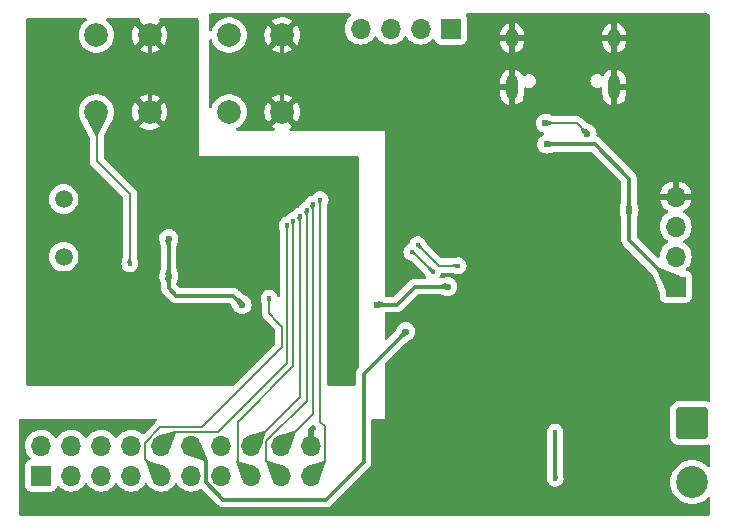
<source format=gbr>
%TF.GenerationSoftware,KiCad,Pcbnew,7.0.1*%
%TF.CreationDate,2023-04-25T22:28:34+08:00*%
%TF.ProjectId,MM32F0140_CAN_Core,4d4d3332-4630-4313-9430-5f43414e5f43,rev?*%
%TF.SameCoordinates,Original*%
%TF.FileFunction,Copper,L2,Bot*%
%TF.FilePolarity,Positive*%
%FSLAX46Y46*%
G04 Gerber Fmt 4.6, Leading zero omitted, Abs format (unit mm)*
G04 Created by KiCad (PCBNEW 7.0.1) date 2023-04-25 22:28:34*
%MOMM*%
%LPD*%
G01*
G04 APERTURE LIST*
G04 Aperture macros list*
%AMRoundRect*
0 Rectangle with rounded corners*
0 $1 Rounding radius*
0 $2 $3 $4 $5 $6 $7 $8 $9 X,Y pos of 4 corners*
0 Add a 4 corners polygon primitive as box body*
4,1,4,$2,$3,$4,$5,$6,$7,$8,$9,$2,$3,0*
0 Add four circle primitives for the rounded corners*
1,1,$1+$1,$2,$3*
1,1,$1+$1,$4,$5*
1,1,$1+$1,$6,$7*
1,1,$1+$1,$8,$9*
0 Add four rect primitives between the rounded corners*
20,1,$1+$1,$2,$3,$4,$5,0*
20,1,$1+$1,$4,$5,$6,$7,0*
20,1,$1+$1,$6,$7,$8,$9,0*
20,1,$1+$1,$8,$9,$2,$3,0*%
G04 Aperture macros list end*
%TA.AperFunction,ComponentPad*%
%ADD10R,1.700000X1.700000*%
%TD*%
%TA.AperFunction,ComponentPad*%
%ADD11O,1.700000X1.700000*%
%TD*%
%TA.AperFunction,ComponentPad*%
%ADD12C,2.700000*%
%TD*%
%TA.AperFunction,ComponentPad*%
%ADD13RoundRect,0.250001X-1.099999X1.099999X-1.099999X-1.099999X1.099999X-1.099999X1.099999X1.099999X0*%
%TD*%
%TA.AperFunction,ComponentPad*%
%ADD14C,2.000000*%
%TD*%
%TA.AperFunction,ComponentPad*%
%ADD15O,1.000000X2.100000*%
%TD*%
%TA.AperFunction,ComponentPad*%
%ADD16O,1.000000X1.600000*%
%TD*%
%TA.AperFunction,ComponentPad*%
%ADD17C,1.500000*%
%TD*%
%TA.AperFunction,ViaPad*%
%ADD18C,0.600000*%
%TD*%
%TA.AperFunction,ViaPad*%
%ADD19C,0.406400*%
%TD*%
%TA.AperFunction,Conductor*%
%ADD20C,0.200000*%
%TD*%
%TA.AperFunction,Conductor*%
%ADD21C,0.304800*%
%TD*%
%TA.AperFunction,Conductor*%
%ADD22C,0.203200*%
%TD*%
G04 APERTURE END LIST*
D10*
%TO.P,J2,1,Pin_1*%
%TO.N,/Core/PA0*%
X122047000Y-128270000D03*
D11*
%TO.P,J2,2,Pin_2*%
%TO.N,/Core/PA1*%
X122047000Y-125730000D03*
%TO.P,J2,3,Pin_3*%
%TO.N,/Core/PA2*%
X124587000Y-128270000D03*
%TO.P,J2,4,Pin_4*%
%TO.N,/Core/PA3*%
X124587000Y-125730000D03*
%TO.P,J2,5,Pin_5*%
%TO.N,/Core/PA4*%
X127127000Y-128270000D03*
%TO.P,J2,6,Pin_6*%
%TO.N,/Core/PA5*%
X127127000Y-125730000D03*
%TO.P,J2,7,Pin_7*%
%TO.N,/Core/PA6*%
X129667000Y-128270000D03*
%TO.P,J2,8,Pin_8*%
%TO.N,/Core/PA7*%
X129667000Y-125730000D03*
%TO.P,J2,9,Pin_9*%
%TO.N,/Core/PA8*%
X132207000Y-128270000D03*
%TO.P,J2,10,Pin_10*%
%TO.N,/Core/PA15*%
X132207000Y-125730000D03*
%TO.P,J2,11,Pin_11*%
%TO.N,+5V*%
X134747000Y-128270000D03*
%TO.P,J2,12,Pin_12*%
%TO.N,VCC*%
X134747000Y-125730000D03*
%TO.P,J2,13,Pin_13*%
%TO.N,/Core/PB0*%
X137287000Y-128270000D03*
%TO.P,J2,14,Pin_14*%
%TO.N,/Core/PB1*%
X137287000Y-125730000D03*
%TO.P,J2,15,Pin_15*%
%TO.N,/Core/PB3*%
X139827000Y-128270000D03*
%TO.P,J2,16,Pin_16*%
%TO.N,/Core/PB4*%
X139827000Y-125730000D03*
%TO.P,J2,17,Pin_17*%
%TO.N,/Core/PB5*%
X142367000Y-128270000D03*
%TO.P,J2,18,Pin_18*%
%TO.N,/Core/PB6*%
X142367000Y-125730000D03*
%TO.P,J2,19,Pin_19*%
%TO.N,/Core/PB7*%
X144907000Y-128270000D03*
%TO.P,J2,20,Pin_20*%
%TO.N,GND*%
X144907000Y-125730000D03*
%TD*%
D12*
%TO.P,J5,2,Pin_2*%
%TO.N,Net-(J5-Pin_2)*%
X177165000Y-128825000D03*
D13*
%TO.P,J5,1,Pin_1*%
%TO.N,Net-(J5-Pin_1)*%
X177165000Y-123825000D03*
%TD*%
D14*
%TO.P,SW2,1,1*%
%TO.N,Net-(D4-K)*%
X137958000Y-97484000D03*
X137958000Y-90984000D03*
%TO.P,SW2,2,2*%
%TO.N,GND*%
X142458000Y-97484000D03*
X142458000Y-90984000D03*
%TD*%
D15*
%TO.P,J4,S1,SHIELD*%
%TO.N,GND*%
X170563000Y-95397000D03*
D16*
X170563000Y-91217000D03*
D15*
X161923000Y-95397000D03*
D16*
X161923000Y-91217000D03*
%TD*%
D14*
%TO.P,SW1,1,1*%
%TO.N,/Core/NRST*%
X126727000Y-97484000D03*
X126727000Y-90984000D03*
%TO.P,SW1,2,2*%
%TO.N,VSS*%
X131227000Y-97484000D03*
X131227000Y-90984000D03*
%TD*%
D10*
%TO.P,J1,1,Pin_1*%
%TO.N,+5V*%
X175768000Y-112268000D03*
D11*
%TO.P,J1,2,Pin_2*%
%TO.N,/Core/SWDIO*%
X175768000Y-109728000D03*
%TO.P,J1,3,Pin_3*%
%TO.N,/Core/SWCLK*%
X175768000Y-107188000D03*
%TO.P,J1,4,Pin_4*%
%TO.N,GND*%
X175768000Y-104648000D03*
%TD*%
D17*
%TO.P,Y1,1,1*%
%TO.N,/Core/OSC_I*%
X123952000Y-104856000D03*
%TO.P,Y1,2,2*%
%TO.N,/Core/OSC_O*%
X123952000Y-109736000D03*
%TD*%
D10*
%TO.P,J3,1,Pin_1*%
%TO.N,Net-(D3-K)*%
X156718000Y-90424000D03*
D11*
%TO.P,J3,2,Pin_2*%
%TO.N,Net-(D2-K)*%
X154178000Y-90424000D03*
%TO.P,J3,3,Pin_3*%
%TO.N,Net-(D1-K)*%
X151638000Y-90424000D03*
%TO.P,J3,4,Pin_4*%
%TO.N,Net-(D4-K)*%
X149098000Y-90424000D03*
%TD*%
D18*
%TO.N,VSS*%
X147193000Y-118745000D03*
%TO.N,GND*%
X173039000Y-98363000D03*
X154178000Y-121666000D03*
X154178000Y-113284000D03*
X157988000Y-92710000D03*
X172974000Y-100649000D03*
X168602952Y-109836072D03*
X172339000Y-119888000D03*
X162687000Y-122047000D03*
X155134500Y-125797500D03*
X151003000Y-124460000D03*
X151257000Y-126492000D03*
D19*
%TO.N,/Core/PA8*%
X141351000Y-113242900D03*
%TO.N,/Core/PA15*%
X142875000Y-107061000D03*
%TO.N,/Core/PB3*%
X143383000Y-106680000D03*
%TO.N,/Core/PB4*%
X143924935Y-106299000D03*
%TO.N,/Core/PB5*%
X144526000Y-105791000D03*
%TO.N,/Core/PB6*%
X145034000Y-105283000D03*
%TO.N,/Core/PB7*%
X145669000Y-104902000D03*
%TO.N,/Core/NRST*%
X129540000Y-110363000D03*
D18*
%TO.N,VSS*%
X126492000Y-103886000D03*
X141357000Y-117088000D03*
X131699000Y-105791000D03*
X126746000Y-108712000D03*
X128524000Y-100203000D03*
X133604000Y-99441000D03*
X126492000Y-106045000D03*
X126746000Y-110617000D03*
%TO.N,VDD*%
X132842000Y-111379000D03*
X156464000Y-112268000D03*
X150495000Y-113792000D03*
X132842000Y-108204000D03*
X139065000Y-113798000D03*
%TO.N,+5V*%
X164846000Y-100203000D03*
X171831000Y-105791000D03*
%TO.N,VCC*%
X152908000Y-116078000D03*
D19*
%TO.N,Net-(U3-SPLIT)*%
X165557000Y-124587000D03*
X165570000Y-128524000D03*
%TO.N,/Core/SWDIO*%
X153416000Y-109347000D03*
X155194000Y-110998000D03*
%TO.N,/Core/SWCLK*%
X153924000Y-108712000D03*
X157353000Y-110501000D03*
D18*
%TO.N,Net-(J4-CC2)*%
X164719000Y-98425000D03*
X168275000Y-99314000D03*
%TD*%
D20*
%TO.N,/Core/PA8*%
X141351000Y-113242900D02*
X141351000Y-114537246D01*
X141351000Y-114537246D02*
X142057877Y-115244123D01*
D21*
%TO.N,VCC*%
X136017000Y-127000000D02*
X134747000Y-125730000D01*
X137483349Y-130302000D02*
X136017000Y-128835651D01*
X136017000Y-128835651D02*
X136017000Y-127000000D01*
X149352000Y-127127000D02*
X146177000Y-130302000D01*
X149352000Y-119634000D02*
X149352000Y-127127000D01*
X152908000Y-116078000D02*
X149352000Y-119634000D01*
X146177000Y-130302000D02*
X137483349Y-130302000D01*
D22*
%TO.N,/Core/PB7*%
X146058600Y-124087601D02*
X146058600Y-127118400D01*
X145669000Y-123698001D02*
X146058600Y-124087601D01*
X146058600Y-127118400D02*
X144907000Y-128270000D01*
X145669000Y-104902000D02*
X145669000Y-123698001D01*
%TO.N,/Core/PB6*%
X145034000Y-105283000D02*
X145034000Y-123063000D01*
X145034000Y-123063000D02*
X142367000Y-125730000D01*
%TO.N,/Core/PB5*%
X141097000Y-127000000D02*
X142367000Y-128270000D01*
X144526000Y-121920000D02*
X141097000Y-125349000D01*
X144526000Y-105791000D02*
X144526000Y-121920000D01*
X141097000Y-125349000D02*
X141097000Y-127000000D01*
%TO.N,/Core/PB4*%
X143924935Y-106299000D02*
X143924935Y-121632065D01*
X143924935Y-121632065D02*
X139827000Y-125730000D01*
%TO.N,/Core/PB3*%
X138675400Y-127118400D02*
X139827000Y-128270000D01*
X138675400Y-123706600D02*
X138675400Y-127118400D01*
X143383000Y-106680000D02*
X143383000Y-118999000D01*
X143383000Y-118999000D02*
X138675400Y-123706600D01*
%TO.N,/Core/PA15*%
X133358600Y-124578400D02*
X132207000Y-125730000D01*
X142875000Y-107061000D02*
X142875000Y-118745000D01*
X142875000Y-118745000D02*
X137041600Y-124578400D01*
X137041600Y-124578400D02*
X133358600Y-124578400D01*
D21*
%TO.N,VSS*%
X133604000Y-99441000D02*
X133184000Y-99441000D01*
X133184000Y-99441000D02*
X131227000Y-97484000D01*
D22*
%TO.N,/Core/NRST*%
X126746000Y-97503000D02*
X126727000Y-97484000D01*
X129540000Y-104394000D02*
X126746000Y-101600000D01*
X126746000Y-101600000D02*
X126746000Y-97503000D01*
X129540000Y-110363000D02*
X129540000Y-104394000D01*
%TO.N,/Core/PA8*%
X132133191Y-124175200D02*
X130818600Y-125489791D01*
X142471800Y-117370200D02*
X135666800Y-124175200D01*
X135666800Y-124175200D02*
X132133191Y-124175200D01*
X142471800Y-115658046D02*
X142471800Y-117370200D01*
X142057877Y-115244123D02*
X142471800Y-115658046D01*
X130818600Y-125489791D02*
X130818600Y-126238000D01*
D21*
%TO.N,VDD*%
X132842000Y-112395000D02*
X132842000Y-111379000D01*
X138297000Y-113030000D02*
X133477000Y-113030000D01*
X139065000Y-113798000D02*
X138297000Y-113030000D01*
X133477000Y-113030000D02*
X132842000Y-112395000D01*
D22*
%TO.N,/Core/PA8*%
X130818600Y-126238000D02*
X130818600Y-126881600D01*
X130818600Y-125467400D02*
X130818600Y-126238000D01*
X130818600Y-126881600D02*
X132207000Y-128270000D01*
D21*
%TO.N,VSS*%
X128524000Y-100187000D02*
X131227000Y-97484000D01*
X128524000Y-100203000D02*
X128524000Y-100187000D01*
X131227000Y-90984000D02*
X131227000Y-97484000D01*
X126746000Y-108712000D02*
X126746000Y-110617000D01*
X126492000Y-106045000D02*
X126492000Y-103886000D01*
%TO.N,VDD*%
X153670000Y-112268000D02*
X152146000Y-113792000D01*
X132842000Y-111379000D02*
X132842000Y-108204000D01*
X156464000Y-112268000D02*
X153670000Y-112268000D01*
X152146000Y-113792000D02*
X150495000Y-113792000D01*
%TO.N,+5V*%
X171831000Y-105791000D02*
X171831000Y-108331000D01*
X164846000Y-100203000D02*
X168910000Y-100203000D01*
X171831000Y-103124000D02*
X171831000Y-105791000D01*
X168910000Y-100203000D02*
X171831000Y-103124000D01*
X171831000Y-108331000D02*
X175768000Y-112268000D01*
%TO.N,GND*%
X142458000Y-90984000D02*
X142458000Y-97484000D01*
%TO.N,Net-(U3-SPLIT)*%
X165557000Y-124587000D02*
X165557000Y-128524000D01*
D22*
%TO.N,/Core/SWDIO*%
X155194000Y-110998000D02*
X153543000Y-109347000D01*
X153543000Y-109347000D02*
X153416000Y-109347000D01*
%TO.N,/Core/SWCLK*%
X155702000Y-110490000D02*
X157342000Y-110490000D01*
X157342000Y-110490000D02*
X157353000Y-110501000D01*
X153924000Y-108712000D02*
X155702000Y-110490000D01*
%TO.N,Net-(J4-CC2)*%
X167386000Y-98425000D02*
X168275000Y-99314000D01*
X164719000Y-98425000D02*
X167386000Y-98425000D01*
%TD*%
%TA.AperFunction,Conductor*%
%TO.N,VSS*%
G36*
X125843527Y-89549945D02*
G01*
X125888319Y-89591178D01*
X125908086Y-89648760D01*
X125898066Y-89708810D01*
X125860672Y-89756853D01*
X125707259Y-89876259D01*
X125538837Y-90059214D01*
X125402825Y-90267395D01*
X125312780Y-90472678D01*
X125302937Y-90495119D01*
X125243512Y-90729780D01*
X125241891Y-90736183D01*
X125221356Y-90983999D01*
X125241891Y-91231816D01*
X125241891Y-91231819D01*
X125241892Y-91231821D01*
X125302937Y-91472881D01*
X125347960Y-91575523D01*
X125402825Y-91700604D01*
X125402827Y-91700607D01*
X125538836Y-91908785D01*
X125707256Y-92091738D01*
X125707259Y-92091740D01*
X125903485Y-92244470D01*
X125903487Y-92244471D01*
X125903491Y-92244474D01*
X126122190Y-92362828D01*
X126357386Y-92443571D01*
X126602665Y-92484500D01*
X126851335Y-92484500D01*
X127096614Y-92443571D01*
X127331810Y-92362828D01*
X127550509Y-92244474D01*
X127597872Y-92207610D01*
X130356942Y-92207610D01*
X130403766Y-92244055D01*
X130622393Y-92362368D01*
X130857506Y-92443083D01*
X131102707Y-92484000D01*
X131351293Y-92484000D01*
X131596493Y-92443083D01*
X131831606Y-92362368D01*
X132050233Y-92244053D01*
X132097056Y-92207609D01*
X131227000Y-91337553D01*
X130356942Y-92207609D01*
X130356942Y-92207610D01*
X127597872Y-92207610D01*
X127746744Y-92091738D01*
X127915164Y-91908785D01*
X128051173Y-91700607D01*
X128151063Y-91472881D01*
X128212108Y-91231821D01*
X128232643Y-90984000D01*
X129721858Y-90984000D01*
X129742386Y-91231732D01*
X129803413Y-91472721D01*
X129903268Y-91700370D01*
X130003563Y-91853882D01*
X130003564Y-91853882D01*
X130873447Y-90984001D01*
X131580553Y-90984001D01*
X132450434Y-91853882D01*
X132550730Y-91700369D01*
X132650586Y-91472721D01*
X132711613Y-91231732D01*
X132732141Y-90983999D01*
X132711613Y-90736267D01*
X132650586Y-90495278D01*
X132550730Y-90267630D01*
X132450434Y-90114116D01*
X131580553Y-90984000D01*
X131580553Y-90984001D01*
X130873447Y-90984001D01*
X130873447Y-90984000D01*
X130003564Y-90114116D01*
X129903266Y-90267634D01*
X129803413Y-90495278D01*
X129742386Y-90736267D01*
X129721858Y-90984000D01*
X128232643Y-90984000D01*
X128212108Y-90736179D01*
X128151063Y-90495119D01*
X128051173Y-90267393D01*
X127915164Y-90059215D01*
X127746744Y-89876262D01*
X127713019Y-89850013D01*
X127593328Y-89756853D01*
X127555934Y-89708810D01*
X127545914Y-89648760D01*
X127565681Y-89591178D01*
X127610473Y-89549945D01*
X127669490Y-89535000D01*
X130285322Y-89535000D01*
X130344340Y-89549945D01*
X130389131Y-89591179D01*
X130408899Y-89648761D01*
X130398877Y-89708812D01*
X130361483Y-89756855D01*
X130356942Y-89760388D01*
X130356942Y-89760390D01*
X131227000Y-90630447D01*
X131227001Y-90630447D01*
X132097057Y-89760390D01*
X132097056Y-89760388D01*
X132092516Y-89756854D01*
X132055122Y-89708811D01*
X132045100Y-89648761D01*
X132064868Y-89591179D01*
X132109659Y-89549945D01*
X132168677Y-89535000D01*
X135258000Y-89535000D01*
X135320000Y-89551613D01*
X135365387Y-89597000D01*
X135382000Y-89659000D01*
X135382000Y-101219000D01*
X148847000Y-101219000D01*
X148909000Y-101235613D01*
X148954387Y-101281000D01*
X148971000Y-101343000D01*
X148971000Y-119036859D01*
X148962292Y-119082507D01*
X148937391Y-119121744D01*
X148884407Y-119178165D01*
X148881701Y-119180958D01*
X148861282Y-119201378D01*
X148858557Y-119204891D01*
X148850980Y-119213762D01*
X148819592Y-119247187D01*
X148809313Y-119265884D01*
X148798638Y-119282137D01*
X148785554Y-119299006D01*
X148767346Y-119341080D01*
X148762209Y-119351567D01*
X148740123Y-119391742D01*
X148734815Y-119412414D01*
X148728515Y-119430814D01*
X148720040Y-119450398D01*
X148712869Y-119495678D01*
X148710501Y-119507116D01*
X148699100Y-119551521D01*
X148699100Y-119572861D01*
X148697573Y-119592260D01*
X148694236Y-119613327D01*
X148698550Y-119658966D01*
X148699100Y-119670635D01*
X148699100Y-120526000D01*
X148682487Y-120588000D01*
X148637100Y-120633387D01*
X148575100Y-120650000D01*
X146395100Y-120650000D01*
X146333100Y-120633387D01*
X146287713Y-120588000D01*
X146271100Y-120526000D01*
X146271100Y-105408599D01*
X146275151Y-105377162D01*
X146325190Y-105186233D01*
X146343141Y-105117741D01*
X146343799Y-105113834D01*
X146350136Y-105090449D01*
X146357270Y-105071643D01*
X146377868Y-104902000D01*
X146357270Y-104732357D01*
X146296671Y-104572573D01*
X146199595Y-104431934D01*
X146071683Y-104318613D01*
X145920368Y-104239197D01*
X145754445Y-104198300D01*
X145583555Y-104198300D01*
X145417632Y-104239197D01*
X145417630Y-104239197D01*
X145417630Y-104239198D01*
X145266317Y-104318613D01*
X145138404Y-104431934D01*
X145096495Y-104492650D01*
X145073654Y-104525741D01*
X145029232Y-104565096D01*
X144971606Y-104579300D01*
X144948555Y-104579300D01*
X144782632Y-104620197D01*
X144782630Y-104620197D01*
X144782630Y-104620198D01*
X144631317Y-104699613D01*
X144503404Y-104812934D01*
X144406327Y-104953575D01*
X144369929Y-105049546D01*
X144336216Y-105098389D01*
X144283666Y-105125970D01*
X144274634Y-105128196D01*
X144123315Y-105207614D01*
X143995404Y-105320934D01*
X143898327Y-105461574D01*
X143871526Y-105532242D01*
X143837812Y-105581084D01*
X143785262Y-105608665D01*
X143673569Y-105636196D01*
X143673567Y-105636196D01*
X143673567Y-105636197D01*
X143559837Y-105695887D01*
X143522252Y-105715613D01*
X143394340Y-105828933D01*
X143318323Y-105939063D01*
X143286714Y-105970672D01*
X143245950Y-105989018D01*
X143131634Y-106017196D01*
X143131632Y-106017196D01*
X143131632Y-106017197D01*
X143096616Y-106035575D01*
X142980317Y-106096613D01*
X142852405Y-106209933D01*
X142769431Y-106330142D01*
X142737822Y-106361750D01*
X142697059Y-106380097D01*
X142623633Y-106398196D01*
X142472317Y-106477613D01*
X142344404Y-106590934D01*
X142247328Y-106731573D01*
X142186730Y-106891356D01*
X142166131Y-107060999D01*
X142186730Y-107230643D01*
X142193862Y-107249449D01*
X142200193Y-107272801D01*
X142200856Y-107276736D01*
X142268849Y-107536164D01*
X142272900Y-107567601D01*
X142272900Y-113012643D01*
X142254234Y-113078070D01*
X142203856Y-113123800D01*
X142136933Y-113136064D01*
X142073612Y-113111171D01*
X142032958Y-113056614D01*
X141978671Y-112913473D01*
X141881595Y-112772834D01*
X141854829Y-112749121D01*
X141753683Y-112659513D01*
X141602368Y-112580097D01*
X141436445Y-112539200D01*
X141265555Y-112539200D01*
X141099632Y-112580097D01*
X141099630Y-112580097D01*
X141099630Y-112580098D01*
X140948317Y-112659513D01*
X140820404Y-112772834D01*
X140723328Y-112913473D01*
X140662730Y-113073256D01*
X140642131Y-113242900D01*
X140662730Y-113412543D01*
X140670295Y-113432491D01*
X140676537Y-113455322D01*
X140677499Y-113460888D01*
X140746305Y-113718630D01*
X140750500Y-113750612D01*
X140750500Y-114489759D01*
X140749439Y-114505945D01*
X140745317Y-114537246D01*
X140750500Y-114576606D01*
X140750500Y-114576607D01*
X140765956Y-114694008D01*
X140826463Y-114840086D01*
X140922716Y-114965527D01*
X140947768Y-114984749D01*
X140959964Y-114995445D01*
X141591011Y-115626492D01*
X141601704Y-115638684D01*
X141604227Y-115641972D01*
X141833381Y-115871125D01*
X141860261Y-115911353D01*
X141869700Y-115958806D01*
X141869700Y-117069440D01*
X141860261Y-117116893D01*
X141833381Y-117157121D01*
X138376821Y-120613681D01*
X138336593Y-120640561D01*
X138289140Y-120650000D01*
X120901000Y-120650000D01*
X120839000Y-120633387D01*
X120793613Y-120588000D01*
X120777000Y-120526000D01*
X120777000Y-111379000D01*
X132036434Y-111379000D01*
X132056631Y-111558253D01*
X132070880Y-111598974D01*
X132076203Y-111619859D01*
X132077784Y-111629499D01*
X132185193Y-112047201D01*
X132189100Y-112078082D01*
X132189100Y-112309232D01*
X132186751Y-112330506D01*
X132189039Y-112403304D01*
X132189100Y-112407199D01*
X132189100Y-112436074D01*
X132189657Y-112440486D01*
X132190572Y-112452120D01*
X132192012Y-112497948D01*
X132197965Y-112518438D01*
X132201909Y-112537482D01*
X132204585Y-112558660D01*
X132221462Y-112601289D01*
X132225245Y-112612337D01*
X132238035Y-112656359D01*
X132244624Y-112667502D01*
X132248900Y-112674732D01*
X132257458Y-112692201D01*
X132265312Y-112712037D01*
X132292255Y-112749121D01*
X132298668Y-112758885D01*
X132322004Y-112798344D01*
X132322007Y-112798347D01*
X132322008Y-112798348D01*
X132337100Y-112813440D01*
X132349733Y-112828232D01*
X132362274Y-112845493D01*
X132397601Y-112874719D01*
X132406241Y-112882581D01*
X132954681Y-113431021D01*
X132968066Y-113447728D01*
X133021163Y-113497590D01*
X133023960Y-113500301D01*
X133044368Y-113520709D01*
X133044372Y-113520712D01*
X133044375Y-113520715D01*
X133047888Y-113523439D01*
X133056766Y-113531023D01*
X133090185Y-113562405D01*
X133099447Y-113567497D01*
X133108883Y-113572685D01*
X133125144Y-113583365D01*
X133142006Y-113596445D01*
X133142007Y-113596445D01*
X133142008Y-113596446D01*
X133184076Y-113614650D01*
X133194550Y-113619780D01*
X133234741Y-113641876D01*
X133255408Y-113647182D01*
X133273820Y-113653486D01*
X133293396Y-113661958D01*
X133293397Y-113661958D01*
X133293399Y-113661959D01*
X133338686Y-113669130D01*
X133350108Y-113671496D01*
X133394520Y-113682900D01*
X133415861Y-113682900D01*
X133435258Y-113684426D01*
X133443282Y-113685697D01*
X133456328Y-113687764D01*
X133456328Y-113687763D01*
X133456329Y-113687764D01*
X133501971Y-113683449D01*
X133513638Y-113682900D01*
X137975198Y-113682900D01*
X138022651Y-113692339D01*
X138062879Y-113719219D01*
X138109002Y-113765342D01*
X138128076Y-113789941D01*
X138332751Y-114136314D01*
X138334411Y-114139882D01*
X138341067Y-114150477D01*
X138342794Y-114153310D01*
X138346836Y-114160151D01*
X138347491Y-114161258D01*
X138348043Y-114162026D01*
X138352325Y-114168394D01*
X138395527Y-114237149D01*
X138435184Y-114300262D01*
X138562738Y-114427816D01*
X138715478Y-114523789D01*
X138885745Y-114583368D01*
X139065000Y-114603565D01*
X139244255Y-114583368D01*
X139414522Y-114523789D01*
X139567262Y-114427816D01*
X139694816Y-114300262D01*
X139790789Y-114147522D01*
X139850368Y-113977255D01*
X139870565Y-113798000D01*
X139850368Y-113618745D01*
X139790789Y-113448478D01*
X139694816Y-113295738D01*
X139567262Y-113168184D01*
X139527883Y-113143440D01*
X139435394Y-113085325D01*
X139429026Y-113081043D01*
X139428258Y-113080491D01*
X139424161Y-113078070D01*
X139420310Y-113075794D01*
X139417477Y-113074067D01*
X139406882Y-113067411D01*
X139403314Y-113065751D01*
X139056941Y-112861076D01*
X139032342Y-112842002D01*
X138819318Y-112628978D01*
X138805935Y-112612273D01*
X138752835Y-112562409D01*
X138750068Y-112559728D01*
X138729626Y-112539286D01*
X138729625Y-112539285D01*
X138729620Y-112539280D01*
X138726113Y-112536560D01*
X138717229Y-112528973D01*
X138683812Y-112497592D01*
X138665113Y-112487312D01*
X138648853Y-112476631D01*
X138631995Y-112463555D01*
X138589920Y-112445347D01*
X138579430Y-112440208D01*
X138539258Y-112418123D01*
X138518586Y-112412815D01*
X138500184Y-112406515D01*
X138497249Y-112405245D01*
X138480601Y-112398041D01*
X138480599Y-112398040D01*
X138480598Y-112398040D01*
X138435321Y-112390869D01*
X138423881Y-112388500D01*
X138379481Y-112377100D01*
X138379480Y-112377100D01*
X138358139Y-112377100D01*
X138338741Y-112375573D01*
X138330717Y-112374302D01*
X138317672Y-112372236D01*
X138317671Y-112372236D01*
X138272032Y-112376550D01*
X138260365Y-112377100D01*
X133798802Y-112377100D01*
X133751349Y-112367661D01*
X133711121Y-112340781D01*
X133532217Y-112161877D01*
X133500287Y-112106895D01*
X133499805Y-112043319D01*
X133606215Y-111629501D01*
X133607796Y-111619859D01*
X133613117Y-111598978D01*
X133627368Y-111558255D01*
X133647565Y-111379000D01*
X133627368Y-111199745D01*
X133613117Y-111159021D01*
X133607795Y-111138139D01*
X133606215Y-111128498D01*
X133498806Y-110710798D01*
X133494900Y-110679918D01*
X133494900Y-108903082D01*
X133498807Y-108872201D01*
X133530571Y-108748672D01*
X133606215Y-108454501D01*
X133607796Y-108444859D01*
X133613117Y-108423978D01*
X133627368Y-108383255D01*
X133647565Y-108204000D01*
X133627368Y-108024745D01*
X133567789Y-107854478D01*
X133471816Y-107701738D01*
X133471815Y-107701737D01*
X133471814Y-107701735D01*
X133344264Y-107574185D01*
X133281867Y-107534978D01*
X133191522Y-107478211D01*
X133021255Y-107418632D01*
X133021253Y-107418631D01*
X133021251Y-107418631D01*
X132842000Y-107398434D01*
X132662748Y-107418631D01*
X132662745Y-107418631D01*
X132662745Y-107418632D01*
X132492478Y-107478211D01*
X132492476Y-107478211D01*
X132492476Y-107478212D01*
X132339735Y-107574185D01*
X132212185Y-107701735D01*
X132126706Y-107837775D01*
X132116211Y-107854478D01*
X132062072Y-108009198D01*
X132056631Y-108024748D01*
X132036434Y-108203999D01*
X132056631Y-108383253D01*
X132061420Y-108396940D01*
X132068571Y-108417377D01*
X132070880Y-108423974D01*
X132076202Y-108444858D01*
X132077784Y-108454499D01*
X132126664Y-108644590D01*
X132185193Y-108872201D01*
X132189100Y-108903082D01*
X132189100Y-110679915D01*
X132185193Y-110710796D01*
X132077783Y-111128501D01*
X132076201Y-111138149D01*
X132070880Y-111159023D01*
X132056631Y-111199746D01*
X132036434Y-111379000D01*
X120777000Y-111379000D01*
X120777000Y-109735999D01*
X122696722Y-109735999D01*
X122715792Y-109953974D01*
X122772425Y-110165331D01*
X122785494Y-110193357D01*
X122864898Y-110363639D01*
X122990402Y-110542877D01*
X123145123Y-110697598D01*
X123324361Y-110823102D01*
X123522670Y-110915575D01*
X123734023Y-110972207D01*
X123952000Y-110991277D01*
X124169977Y-110972207D01*
X124381330Y-110915575D01*
X124579639Y-110823102D01*
X124758877Y-110697598D01*
X124913598Y-110542877D01*
X125039102Y-110363639D01*
X125131575Y-110165330D01*
X125188207Y-109953977D01*
X125207277Y-109736000D01*
X125188207Y-109518023D01*
X125131575Y-109306670D01*
X125039102Y-109108362D01*
X124913598Y-108929123D01*
X124758877Y-108774402D01*
X124579639Y-108648898D01*
X124431038Y-108579604D01*
X124381331Y-108556425D01*
X124169974Y-108499792D01*
X123952000Y-108480722D01*
X123734025Y-108499792D01*
X123522668Y-108556425D01*
X123324361Y-108648898D01*
X123145122Y-108774402D01*
X122990402Y-108929122D01*
X122864898Y-109108361D01*
X122772425Y-109306668D01*
X122715792Y-109518025D01*
X122696722Y-109735999D01*
X120777000Y-109735999D01*
X120777000Y-104856000D01*
X122696722Y-104856000D01*
X122715792Y-105073974D01*
X122737600Y-105155364D01*
X122772425Y-105285330D01*
X122864898Y-105483639D01*
X122990402Y-105662877D01*
X123145123Y-105817598D01*
X123324361Y-105943102D01*
X123522670Y-106035575D01*
X123734023Y-106092207D01*
X123952000Y-106111277D01*
X124169977Y-106092207D01*
X124381330Y-106035575D01*
X124579639Y-105943102D01*
X124758877Y-105817598D01*
X124913598Y-105662877D01*
X125039102Y-105483639D01*
X125131575Y-105285330D01*
X125188207Y-105073977D01*
X125207277Y-104856000D01*
X125188207Y-104638023D01*
X125131575Y-104426670D01*
X125039102Y-104228362D01*
X124913598Y-104049123D01*
X124758877Y-103894402D01*
X124579639Y-103768898D01*
X124488205Y-103726261D01*
X124381331Y-103676425D01*
X124169974Y-103619792D01*
X123952000Y-103600722D01*
X123734025Y-103619792D01*
X123522668Y-103676425D01*
X123324361Y-103768898D01*
X123145122Y-103894402D01*
X122990402Y-104049122D01*
X122864898Y-104228361D01*
X122772425Y-104426668D01*
X122715792Y-104638025D01*
X122696722Y-104856000D01*
X120777000Y-104856000D01*
X120777000Y-97484000D01*
X125221356Y-97484000D01*
X125241891Y-97731816D01*
X125241891Y-97731819D01*
X125241892Y-97731821D01*
X125302896Y-97972721D01*
X125302938Y-97972883D01*
X125345814Y-98070632D01*
X125349057Y-98078800D01*
X125360789Y-98111708D01*
X125378031Y-98144778D01*
X125381633Y-98152292D01*
X125402825Y-98200604D01*
X125420859Y-98228208D01*
X125427001Y-98238700D01*
X126129852Y-99586736D01*
X126143900Y-99644064D01*
X126143900Y-101552420D01*
X126142839Y-101568605D01*
X126138705Y-101599999D01*
X126142839Y-101631395D01*
X126142840Y-101631410D01*
X126159456Y-101757630D01*
X126160951Y-101760930D01*
X126220067Y-101903647D01*
X126292349Y-101997847D01*
X126292351Y-101997849D01*
X126292353Y-101997851D01*
X126292355Y-101997855D01*
X126316577Y-102029422D01*
X126341708Y-102048706D01*
X126353902Y-102059400D01*
X128901581Y-104607079D01*
X128928461Y-104647307D01*
X128937900Y-104694760D01*
X128937900Y-109856399D01*
X128933849Y-109887836D01*
X128865856Y-110147262D01*
X128865193Y-110151198D01*
X128858862Y-110174549D01*
X128851730Y-110193354D01*
X128831131Y-110362999D01*
X128851730Y-110532643D01*
X128912328Y-110692426D01*
X128972795Y-110780028D01*
X129009405Y-110833066D01*
X129137317Y-110946387D01*
X129288632Y-111025803D01*
X129454555Y-111066700D01*
X129625444Y-111066700D01*
X129625445Y-111066700D01*
X129791368Y-111025803D01*
X129942683Y-110946387D01*
X130070595Y-110833066D01*
X130167671Y-110692427D01*
X130228270Y-110532643D01*
X130248868Y-110363000D01*
X130228270Y-110193357D01*
X130221137Y-110174549D01*
X130214801Y-110151178D01*
X130214141Y-110147257D01*
X130146150Y-109887836D01*
X130142100Y-109856400D01*
X130142100Y-104441586D01*
X130143161Y-104425400D01*
X130147295Y-104393999D01*
X130137370Y-104318613D01*
X130126602Y-104236820D01*
X130065934Y-104090353D01*
X129993652Y-103996154D01*
X129988709Y-103989712D01*
X129988700Y-103989702D01*
X129969422Y-103964578D01*
X129944287Y-103945291D01*
X129932101Y-103934603D01*
X127384419Y-101386921D01*
X127357539Y-101346693D01*
X127348100Y-101299240D01*
X127348100Y-99638294D01*
X127361095Y-99583032D01*
X127482081Y-99340008D01*
X127796912Y-98707610D01*
X130356942Y-98707610D01*
X130403766Y-98744055D01*
X130622393Y-98862368D01*
X130857506Y-98943083D01*
X131102707Y-98984000D01*
X131351293Y-98984000D01*
X131596493Y-98943083D01*
X131831606Y-98862368D01*
X132050233Y-98744053D01*
X132097056Y-98707609D01*
X131227000Y-97837553D01*
X130356942Y-98707609D01*
X130356942Y-98707610D01*
X127796912Y-98707610D01*
X128040151Y-98219018D01*
X128047341Y-98206470D01*
X128051173Y-98200607D01*
X128063726Y-98171986D01*
X128066240Y-98166613D01*
X128097821Y-98103180D01*
X128109092Y-98069758D01*
X128113024Y-98059600D01*
X128151063Y-97972881D01*
X128212108Y-97731821D01*
X128232643Y-97484000D01*
X129721858Y-97484000D01*
X129742386Y-97731732D01*
X129803413Y-97972721D01*
X129903268Y-98200370D01*
X130003563Y-98353882D01*
X130003564Y-98353882D01*
X130873447Y-97484001D01*
X131580553Y-97484001D01*
X132450434Y-98353882D01*
X132550730Y-98200369D01*
X132650586Y-97972721D01*
X132711613Y-97731732D01*
X132732141Y-97483999D01*
X132711613Y-97236267D01*
X132650586Y-96995278D01*
X132550730Y-96767630D01*
X132450434Y-96614116D01*
X131580553Y-97484000D01*
X131580553Y-97484001D01*
X130873447Y-97484001D01*
X130873447Y-97484000D01*
X130003564Y-96614116D01*
X129903266Y-96767634D01*
X129803413Y-96995278D01*
X129742386Y-97236267D01*
X129721858Y-97484000D01*
X128232643Y-97484000D01*
X128212108Y-97236179D01*
X128151063Y-96995119D01*
X128051173Y-96767393D01*
X127915164Y-96559215D01*
X127746744Y-96376262D01*
X127724612Y-96359036D01*
X127597873Y-96260390D01*
X130356942Y-96260390D01*
X131227000Y-97130447D01*
X131227001Y-97130447D01*
X132097057Y-96260390D01*
X132097056Y-96260388D01*
X132050235Y-96223947D01*
X131831606Y-96105631D01*
X131596493Y-96024916D01*
X131351293Y-95984000D01*
X131102707Y-95984000D01*
X130857506Y-96024916D01*
X130622393Y-96105631D01*
X130403764Y-96223946D01*
X130356942Y-96260388D01*
X130356942Y-96260390D01*
X127597873Y-96260390D01*
X127550514Y-96223529D01*
X127550510Y-96223526D01*
X127550509Y-96223526D01*
X127331810Y-96105172D01*
X127331806Y-96105170D01*
X127331805Y-96105170D01*
X127096615Y-96024429D01*
X126851335Y-95983500D01*
X126602665Y-95983500D01*
X126357384Y-96024429D01*
X126122194Y-96105170D01*
X125903485Y-96223529D01*
X125707259Y-96376259D01*
X125538837Y-96559214D01*
X125402825Y-96767395D01*
X125312780Y-96972678D01*
X125302937Y-96995119D01*
X125241892Y-97236179D01*
X125241891Y-97236183D01*
X125221356Y-97484000D01*
X120777000Y-97484000D01*
X120777000Y-89659000D01*
X120793613Y-89597000D01*
X120839000Y-89551613D01*
X120901000Y-89535000D01*
X125784510Y-89535000D01*
X125843527Y-89549945D01*
G37*
%TD.AperFunction*%
%TD*%
%TA.AperFunction,Conductor*%
%TO.N,GND*%
G36*
X148234772Y-89162047D02*
G01*
X148279814Y-89204790D01*
X148298486Y-89264010D01*
X148286107Y-89324857D01*
X148245780Y-89372074D01*
X148226599Y-89385504D01*
X148059505Y-89552598D01*
X147923965Y-89746170D01*
X147824097Y-89960336D01*
X147762936Y-90188592D01*
X147742340Y-90423999D01*
X147762936Y-90659407D01*
X147783531Y-90736267D01*
X147824097Y-90887663D01*
X147923965Y-91101830D01*
X148059505Y-91295401D01*
X148226599Y-91462495D01*
X148420170Y-91598035D01*
X148634337Y-91697903D01*
X148862592Y-91759063D01*
X149098000Y-91779659D01*
X149333408Y-91759063D01*
X149561663Y-91697903D01*
X149775830Y-91598035D01*
X149969401Y-91462495D01*
X150136495Y-91295401D01*
X150266426Y-91109839D01*
X150310743Y-91070975D01*
X150368000Y-91056964D01*
X150425257Y-91070975D01*
X150469573Y-91109839D01*
X150599505Y-91295401D01*
X150766599Y-91462495D01*
X150960170Y-91598035D01*
X151174337Y-91697903D01*
X151402592Y-91759063D01*
X151638000Y-91779659D01*
X151873408Y-91759063D01*
X152101663Y-91697903D01*
X152315830Y-91598035D01*
X152509401Y-91462495D01*
X152676495Y-91295401D01*
X152806426Y-91109839D01*
X152850743Y-91070975D01*
X152908000Y-91056964D01*
X152965257Y-91070975D01*
X153009573Y-91109839D01*
X153139505Y-91295401D01*
X153306599Y-91462495D01*
X153500170Y-91598035D01*
X153714337Y-91697903D01*
X153942592Y-91759063D01*
X154178000Y-91779659D01*
X154413408Y-91759063D01*
X154641663Y-91697903D01*
X154855830Y-91598035D01*
X155049401Y-91462495D01*
X155171329Y-91340566D01*
X155224072Y-91309273D01*
X155285365Y-91307084D01*
X155340209Y-91334537D01*
X155375189Y-91384916D01*
X155391763Y-91429353D01*
X155424204Y-91516331D01*
X155510454Y-91631546D01*
X155625669Y-91717796D01*
X155760517Y-91768091D01*
X155820127Y-91774500D01*
X157615872Y-91774499D01*
X157675483Y-91768091D01*
X157810331Y-91717796D01*
X157925546Y-91631546D01*
X158011796Y-91516331D01*
X158030195Y-91467000D01*
X160923000Y-91467000D01*
X160923000Y-91567710D01*
X160938419Y-91719339D01*
X160999303Y-91913389D01*
X161098003Y-92091214D01*
X161230479Y-92245531D01*
X161391307Y-92370021D01*
X161573905Y-92459589D01*
X161672999Y-92485246D01*
X161673000Y-92485247D01*
X161673000Y-91467000D01*
X162173000Y-91467000D01*
X162173000Y-92490366D01*
X162174948Y-92490067D01*
X162365663Y-92419435D01*
X162538263Y-92311854D01*
X162685669Y-92171733D01*
X162801855Y-92004805D01*
X162882059Y-91817907D01*
X162923000Y-91618689D01*
X162923000Y-91467000D01*
X169563000Y-91467000D01*
X169563000Y-91567710D01*
X169578419Y-91719339D01*
X169639303Y-91913389D01*
X169738003Y-92091214D01*
X169870479Y-92245531D01*
X170031307Y-92370021D01*
X170213905Y-92459589D01*
X170312999Y-92485246D01*
X170313000Y-92485246D01*
X170313000Y-91467000D01*
X170813000Y-91467000D01*
X170813000Y-92490366D01*
X170814948Y-92490067D01*
X171005663Y-92419435D01*
X171178263Y-92311854D01*
X171325669Y-92171733D01*
X171441855Y-92004805D01*
X171522059Y-91817907D01*
X171563000Y-91618689D01*
X171563000Y-91467000D01*
X170813000Y-91467000D01*
X170313000Y-91467000D01*
X169563000Y-91467000D01*
X162923000Y-91467000D01*
X162173000Y-91467000D01*
X161673000Y-91467000D01*
X160923000Y-91467000D01*
X158030195Y-91467000D01*
X158062091Y-91381483D01*
X158068500Y-91321873D01*
X158068500Y-90967000D01*
X160923000Y-90967000D01*
X161673000Y-90967000D01*
X161673000Y-89948753D01*
X162173000Y-89948753D01*
X162173000Y-90967000D01*
X162923000Y-90967000D01*
X169563000Y-90967000D01*
X170313000Y-90967000D01*
X170313000Y-89948753D01*
X170813000Y-89948753D01*
X170813000Y-90967000D01*
X171563000Y-90967000D01*
X171563000Y-90866290D01*
X171547580Y-90714660D01*
X171486696Y-90520610D01*
X171387996Y-90342785D01*
X171255520Y-90188468D01*
X171094692Y-90063978D01*
X170912094Y-89974410D01*
X170813000Y-89948753D01*
X170313000Y-89948753D01*
X170313000Y-89943634D01*
X170311051Y-89943932D01*
X170120336Y-90014564D01*
X169947736Y-90122145D01*
X169800330Y-90262266D01*
X169684144Y-90429194D01*
X169603940Y-90616092D01*
X169563000Y-90815311D01*
X169563000Y-90967000D01*
X162923000Y-90967000D01*
X162923000Y-90866290D01*
X162907580Y-90714660D01*
X162846696Y-90520610D01*
X162747996Y-90342785D01*
X162615520Y-90188468D01*
X162454692Y-90063978D01*
X162272094Y-89974410D01*
X162173000Y-89948753D01*
X161673000Y-89948753D01*
X161673000Y-89943634D01*
X161671051Y-89943932D01*
X161480336Y-90014564D01*
X161307736Y-90122145D01*
X161160330Y-90262266D01*
X161044144Y-90429194D01*
X160963940Y-90616092D01*
X160923000Y-90815311D01*
X160923000Y-90967000D01*
X158068500Y-90967000D01*
X158068499Y-89526128D01*
X158062091Y-89466517D01*
X158011796Y-89331669D01*
X158011795Y-89331667D01*
X158005565Y-89314964D01*
X158009617Y-89313452D01*
X157997395Y-89281570D01*
X158010011Y-89215006D01*
X158055728Y-89165008D01*
X158120900Y-89146500D01*
X178369108Y-89146500D01*
X178425243Y-89146500D01*
X178444629Y-89148025D01*
X178496417Y-89156227D01*
X178533301Y-89168212D01*
X178571211Y-89187528D01*
X178602593Y-89210329D01*
X178632670Y-89240406D01*
X178655472Y-89271790D01*
X178674786Y-89309695D01*
X178686773Y-89346588D01*
X178694973Y-89398358D01*
X178696500Y-89417757D01*
X178696500Y-121905634D01*
X178682903Y-121962090D01*
X178645093Y-122006164D01*
X178591363Y-122028191D01*
X178533496Y-122023340D01*
X178417797Y-121985000D01*
X178315008Y-121974500D01*
X176014992Y-121974500D01*
X175912202Y-121985000D01*
X175745663Y-122040186D01*
X175596344Y-122132288D01*
X175472288Y-122256344D01*
X175380186Y-122405663D01*
X175325000Y-122572202D01*
X175314500Y-122674992D01*
X175314500Y-124975008D01*
X175325000Y-125077797D01*
X175380186Y-125244336D01*
X175472288Y-125393655D01*
X175596344Y-125517711D01*
X175745663Y-125609813D01*
X175912202Y-125664999D01*
X176014992Y-125675500D01*
X178315008Y-125675500D01*
X178417797Y-125664999D01*
X178417796Y-125664999D01*
X178533496Y-125626659D01*
X178591363Y-125621809D01*
X178645093Y-125643836D01*
X178682903Y-125687910D01*
X178696500Y-125744366D01*
X178696500Y-127440136D01*
X178682985Y-127496431D01*
X178645385Y-127540454D01*
X178591898Y-127562609D01*
X178534182Y-127558067D01*
X178484819Y-127527817D01*
X178379917Y-127422915D01*
X178379916Y-127422914D01*
X178379915Y-127422913D01*
X178232442Y-127312516D01*
X178168009Y-127264282D01*
X177973111Y-127157860D01*
X177935689Y-127137426D01*
X177710226Y-127053333D01*
X177687673Y-127044921D01*
X177429027Y-126988657D01*
X177165000Y-126969772D01*
X176900972Y-126988657D01*
X176642326Y-127044921D01*
X176572889Y-127070820D01*
X176394311Y-127137426D01*
X176394308Y-127137427D01*
X176394307Y-127137428D01*
X176161990Y-127264282D01*
X175950082Y-127422915D01*
X175762915Y-127610082D01*
X175604282Y-127821990D01*
X175479139Y-128051173D01*
X175477426Y-128054311D01*
X175431174Y-128178316D01*
X175384921Y-128302326D01*
X175328657Y-128560972D01*
X175309772Y-128825000D01*
X175328657Y-129089027D01*
X175384921Y-129347673D01*
X175384923Y-129347678D01*
X175477426Y-129595689D01*
X175501437Y-129639661D01*
X175604282Y-129828009D01*
X175633500Y-129867039D01*
X175762913Y-130039915D01*
X175950085Y-130227087D01*
X176109012Y-130346058D01*
X176161990Y-130385717D01*
X176245045Y-130431068D01*
X176394311Y-130512574D01*
X176642322Y-130605077D01*
X176642325Y-130605077D01*
X176642326Y-130605078D01*
X176690667Y-130615593D01*
X176900974Y-130661343D01*
X177165000Y-130680227D01*
X177429026Y-130661343D01*
X177687678Y-130605077D01*
X177935689Y-130512574D01*
X178168011Y-130385716D01*
X178379915Y-130227087D01*
X178484819Y-130122182D01*
X178534182Y-130091933D01*
X178591898Y-130087391D01*
X178645385Y-130109546D01*
X178682985Y-130153569D01*
X178696500Y-130209864D01*
X178696500Y-131435243D01*
X178694973Y-131454642D01*
X178686773Y-131506411D01*
X178674785Y-131543307D01*
X178655474Y-131581207D01*
X178632670Y-131612593D01*
X178602593Y-131642670D01*
X178571207Y-131665474D01*
X178533307Y-131684785D01*
X178496411Y-131696773D01*
X178466068Y-131701579D01*
X178444639Y-131704973D01*
X178425243Y-131706500D01*
X120405757Y-131706500D01*
X120386360Y-131704973D01*
X120352098Y-131699546D01*
X120334588Y-131696773D01*
X120297695Y-131684786D01*
X120259790Y-131665472D01*
X120228406Y-131642670D01*
X120198329Y-131612593D01*
X120175528Y-131581211D01*
X120156212Y-131543301D01*
X120144227Y-131506417D01*
X120136025Y-131454629D01*
X120134500Y-131435243D01*
X120134500Y-123568000D01*
X120151113Y-123506000D01*
X120196500Y-123460613D01*
X120258500Y-123444000D01*
X131731760Y-123444000D01*
X131790928Y-123459027D01*
X131835755Y-123500465D01*
X131855378Y-123558271D01*
X131845040Y-123618435D01*
X131807246Y-123666376D01*
X131735343Y-123721549D01*
X131703767Y-123745779D01*
X131684483Y-123770909D01*
X131673792Y-123783099D01*
X130739575Y-124717317D01*
X130683988Y-124749411D01*
X130619800Y-124749411D01*
X130564213Y-124717317D01*
X130538404Y-124691508D01*
X130538401Y-124691505D01*
X130344830Y-124555965D01*
X130130663Y-124456097D01*
X130069501Y-124439709D01*
X129902407Y-124394936D01*
X129667000Y-124374340D01*
X129431592Y-124394936D01*
X129203336Y-124456097D01*
X128989170Y-124555965D01*
X128795598Y-124691505D01*
X128628508Y-124858595D01*
X128498574Y-125044160D01*
X128454255Y-125083026D01*
X128396999Y-125097036D01*
X128339742Y-125083025D01*
X128295426Y-125044161D01*
X128165495Y-124858599D01*
X127998401Y-124691505D01*
X127804830Y-124555965D01*
X127590663Y-124456097D01*
X127529501Y-124439709D01*
X127362407Y-124394936D01*
X127127000Y-124374340D01*
X126891592Y-124394936D01*
X126663336Y-124456097D01*
X126449170Y-124555965D01*
X126255598Y-124691505D01*
X126088508Y-124858595D01*
X125958574Y-125044160D01*
X125914255Y-125083026D01*
X125856999Y-125097036D01*
X125799742Y-125083025D01*
X125755426Y-125044161D01*
X125625495Y-124858599D01*
X125458401Y-124691505D01*
X125264830Y-124555965D01*
X125050663Y-124456097D01*
X124989501Y-124439709D01*
X124822407Y-124394936D01*
X124587000Y-124374340D01*
X124351592Y-124394936D01*
X124123336Y-124456097D01*
X123909170Y-124555965D01*
X123715598Y-124691505D01*
X123548508Y-124858595D01*
X123418574Y-125044160D01*
X123374255Y-125083026D01*
X123316999Y-125097036D01*
X123259742Y-125083025D01*
X123215426Y-125044161D01*
X123085495Y-124858599D01*
X122918401Y-124691505D01*
X122724830Y-124555965D01*
X122510663Y-124456097D01*
X122449501Y-124439709D01*
X122282407Y-124394936D01*
X122047000Y-124374340D01*
X121811592Y-124394936D01*
X121583336Y-124456097D01*
X121369170Y-124555965D01*
X121175598Y-124691505D01*
X121008505Y-124858598D01*
X120872965Y-125052170D01*
X120773097Y-125266336D01*
X120711936Y-125494592D01*
X120691340Y-125729999D01*
X120711936Y-125965407D01*
X120756709Y-126132501D01*
X120773097Y-126193663D01*
X120872965Y-126407830D01*
X121008505Y-126601401D01*
X121008507Y-126601403D01*
X121008508Y-126601404D01*
X121130430Y-126723326D01*
X121161726Y-126776072D01*
X121163915Y-126837365D01*
X121136462Y-126892209D01*
X121086083Y-126927189D01*
X120954669Y-126976204D01*
X120839454Y-127062454D01*
X120753204Y-127177668D01*
X120703623Y-127310601D01*
X120702909Y-127312517D01*
X120696809Y-127369259D01*
X120696500Y-127372130D01*
X120696500Y-129167869D01*
X120702909Y-129227484D01*
X120728056Y-129294906D01*
X120753204Y-129362331D01*
X120839454Y-129477546D01*
X120954669Y-129563796D01*
X121089517Y-129614091D01*
X121149127Y-129620500D01*
X122944872Y-129620499D01*
X123004483Y-129614091D01*
X123139331Y-129563796D01*
X123254546Y-129477546D01*
X123340796Y-129362331D01*
X123389810Y-129230916D01*
X123424789Y-129180537D01*
X123479634Y-129153084D01*
X123540927Y-129155273D01*
X123593673Y-129186569D01*
X123715599Y-129308495D01*
X123909170Y-129444035D01*
X124123337Y-129543903D01*
X124351592Y-129605063D01*
X124587000Y-129625659D01*
X124822408Y-129605063D01*
X125050663Y-129543903D01*
X125264830Y-129444035D01*
X125458401Y-129308495D01*
X125625495Y-129141401D01*
X125755428Y-128955837D01*
X125799742Y-128916975D01*
X125856999Y-128902964D01*
X125914255Y-128916974D01*
X125958573Y-128955839D01*
X126088505Y-129141401D01*
X126255599Y-129308495D01*
X126449170Y-129444035D01*
X126663337Y-129543903D01*
X126891592Y-129605063D01*
X127127000Y-129625659D01*
X127362408Y-129605063D01*
X127590663Y-129543903D01*
X127804830Y-129444035D01*
X127998401Y-129308495D01*
X128165495Y-129141401D01*
X128295428Y-128955837D01*
X128339742Y-128916975D01*
X128396999Y-128902964D01*
X128454255Y-128916974D01*
X128498573Y-128955839D01*
X128628505Y-129141401D01*
X128795599Y-129308495D01*
X128989170Y-129444035D01*
X129203337Y-129543903D01*
X129431592Y-129605063D01*
X129667000Y-129625659D01*
X129902408Y-129605063D01*
X130130663Y-129543903D01*
X130344830Y-129444035D01*
X130538401Y-129308495D01*
X130705495Y-129141401D01*
X130835428Y-128955837D01*
X130879742Y-128916975D01*
X130936999Y-128902964D01*
X130994255Y-128916974D01*
X131038573Y-128955839D01*
X131168505Y-129141401D01*
X131335599Y-129308495D01*
X131529170Y-129444035D01*
X131743337Y-129543903D01*
X131971592Y-129605063D01*
X132207000Y-129625659D01*
X132442408Y-129605063D01*
X132670663Y-129543903D01*
X132884830Y-129444035D01*
X133078401Y-129308495D01*
X133245495Y-129141401D01*
X133375428Y-128955837D01*
X133419742Y-128916975D01*
X133476999Y-128902964D01*
X133534255Y-128916974D01*
X133578573Y-128955839D01*
X133708505Y-129141401D01*
X133875599Y-129308495D01*
X134069170Y-129444035D01*
X134283337Y-129543903D01*
X134511592Y-129605063D01*
X134747000Y-129625659D01*
X134982408Y-129605063D01*
X135210663Y-129543903D01*
X135424830Y-129444035D01*
X135502649Y-129389545D01*
X135555797Y-129368431D01*
X135612772Y-129373416D01*
X135661450Y-129403441D01*
X136961030Y-130703021D01*
X136974415Y-130719728D01*
X137027512Y-130769590D01*
X137030309Y-130772301D01*
X137050717Y-130792709D01*
X137050721Y-130792712D01*
X137050724Y-130792715D01*
X137054237Y-130795439D01*
X137063115Y-130803023D01*
X137096534Y-130834405D01*
X137105796Y-130839497D01*
X137115232Y-130844685D01*
X137131493Y-130855365D01*
X137148355Y-130868445D01*
X137148356Y-130868445D01*
X137148357Y-130868446D01*
X137190425Y-130886650D01*
X137200899Y-130891780D01*
X137241090Y-130913876D01*
X137261757Y-130919182D01*
X137280169Y-130925486D01*
X137299745Y-130933958D01*
X137299746Y-130933958D01*
X137299748Y-130933959D01*
X137345035Y-130941130D01*
X137356457Y-130943496D01*
X137400869Y-130954900D01*
X137422210Y-130954900D01*
X137441607Y-130956426D01*
X137446287Y-130957168D01*
X137462677Y-130959764D01*
X137462677Y-130959763D01*
X137462678Y-130959764D01*
X137508320Y-130955449D01*
X137519987Y-130954900D01*
X146091232Y-130954900D01*
X146112506Y-130957248D01*
X146115066Y-130957167D01*
X146115069Y-130957168D01*
X146185303Y-130954961D01*
X146189199Y-130954900D01*
X146218068Y-130954900D01*
X146218075Y-130954900D01*
X146222489Y-130954342D01*
X146234118Y-130953426D01*
X146279948Y-130951987D01*
X146300441Y-130946033D01*
X146319493Y-130942088D01*
X146327616Y-130941061D01*
X146340660Y-130939414D01*
X146383279Y-130922539D01*
X146394328Y-130918756D01*
X146438359Y-130905965D01*
X146456725Y-130895102D01*
X146474200Y-130886542D01*
X146494034Y-130878689D01*
X146494033Y-130878689D01*
X146494037Y-130878688D01*
X146531132Y-130851735D01*
X146540888Y-130845328D01*
X146559358Y-130834405D01*
X146580348Y-130821992D01*
X146595440Y-130806899D01*
X146610227Y-130794269D01*
X146627493Y-130781726D01*
X146656723Y-130746391D01*
X146664567Y-130737771D01*
X149753022Y-127649316D01*
X149769725Y-127635935D01*
X149771477Y-127634068D01*
X149771482Y-127634066D01*
X149819623Y-127582799D01*
X149822240Y-127580098D01*
X149842714Y-127559626D01*
X149845442Y-127556107D01*
X149853016Y-127547239D01*
X149884405Y-127513815D01*
X149894684Y-127495114D01*
X149905362Y-127478860D01*
X149918445Y-127461995D01*
X149936652Y-127419919D01*
X149941786Y-127409438D01*
X149963876Y-127369259D01*
X149969182Y-127348591D01*
X149975480Y-127330192D01*
X149983959Y-127310601D01*
X149991130Y-127265313D01*
X149993499Y-127253880D01*
X150004900Y-127209481D01*
X150004900Y-127188139D01*
X150006427Y-127168740D01*
X150008151Y-127157853D01*
X150009764Y-127147671D01*
X150005449Y-127102032D01*
X150004900Y-127090365D01*
X150004900Y-124587000D01*
X164848131Y-124587000D01*
X164853230Y-124628991D01*
X164854117Y-124645990D01*
X164853838Y-124662784D01*
X164902418Y-125051418D01*
X164902087Y-125051459D01*
X164904100Y-125070116D01*
X164904100Y-128051943D01*
X164901968Y-128074837D01*
X164900305Y-128083684D01*
X164864690Y-128464156D01*
X164865230Y-128476145D01*
X164864451Y-128496663D01*
X164861131Y-128523999D01*
X164881730Y-128693643D01*
X164942328Y-128853426D01*
X165013019Y-128955840D01*
X165039405Y-128994066D01*
X165167317Y-129107387D01*
X165318632Y-129186803D01*
X165484555Y-129227700D01*
X165655444Y-129227700D01*
X165655445Y-129227700D01*
X165821368Y-129186803D01*
X165972683Y-129107387D01*
X166100595Y-128994066D01*
X166197671Y-128853427D01*
X166258270Y-128693643D01*
X166278868Y-128524000D01*
X166277028Y-128508852D01*
X166276574Y-128504449D01*
X166276528Y-128503915D01*
X166276529Y-128503909D01*
X166270380Y-128431654D01*
X166258956Y-128359350D01*
X166258338Y-128354918D01*
X166257166Y-128345253D01*
X166256088Y-128341199D01*
X166211419Y-128058462D01*
X166209900Y-128039112D01*
X166209900Y-125070115D01*
X166211911Y-125051457D01*
X166211582Y-125051416D01*
X166249332Y-124749411D01*
X166260160Y-124662785D01*
X166259881Y-124645989D01*
X166260767Y-124629001D01*
X166265868Y-124587000D01*
X166245270Y-124417357D01*
X166184671Y-124257573D01*
X166087595Y-124116934D01*
X165959683Y-124003613D01*
X165808368Y-123924197D01*
X165642445Y-123883300D01*
X165471555Y-123883300D01*
X165305632Y-123924197D01*
X165305630Y-123924197D01*
X165305630Y-123924198D01*
X165154317Y-124003613D01*
X165026404Y-124116934D01*
X164929328Y-124257573D01*
X164868730Y-124417356D01*
X164848131Y-124587000D01*
X150004900Y-124587000D01*
X150004900Y-123568000D01*
X150021513Y-123506000D01*
X150066900Y-123460613D01*
X150128900Y-123444000D01*
X151130000Y-123444000D01*
X151130000Y-118830702D01*
X151139439Y-118783249D01*
X151166319Y-118743021D01*
X152319077Y-117590262D01*
X152875347Y-117033991D01*
X152899940Y-117014922D01*
X153071734Y-116913407D01*
X153246217Y-116810304D01*
X153249807Y-116808637D01*
X153257519Y-116803789D01*
X153257522Y-116803789D01*
X153260497Y-116801918D01*
X153263322Y-116800196D01*
X153271251Y-116795512D01*
X153272007Y-116794969D01*
X153278395Y-116790673D01*
X153410262Y-116707816D01*
X153537814Y-116580264D01*
X153537814Y-116580263D01*
X153537816Y-116580262D01*
X153633789Y-116427522D01*
X153693368Y-116257255D01*
X153713565Y-116078000D01*
X153693368Y-115898745D01*
X153633789Y-115728478D01*
X153537816Y-115575738D01*
X153537815Y-115575737D01*
X153537814Y-115575735D01*
X153410264Y-115448185D01*
X153347867Y-115408979D01*
X153257522Y-115352211D01*
X153087255Y-115292632D01*
X153087253Y-115292631D01*
X153087251Y-115292631D01*
X152908000Y-115272434D01*
X152728748Y-115292631D01*
X152728745Y-115292631D01*
X152728745Y-115292632D01*
X152558478Y-115352211D01*
X152558476Y-115352211D01*
X152558476Y-115352212D01*
X152405738Y-115448183D01*
X152278182Y-115575740D01*
X152195324Y-115707605D01*
X152191072Y-115713931D01*
X152190492Y-115714738D01*
X152185799Y-115722678D01*
X152184068Y-115725518D01*
X152177398Y-115736139D01*
X152175742Y-115739700D01*
X151971073Y-116086061D01*
X151951999Y-116110659D01*
X151341681Y-116720978D01*
X151292318Y-116751228D01*
X151234602Y-116755770D01*
X151181115Y-116733615D01*
X151143515Y-116689592D01*
X151130000Y-116633297D01*
X151130000Y-114568900D01*
X151146613Y-114506900D01*
X151192000Y-114461513D01*
X151254000Y-114444900D01*
X152060232Y-114444900D01*
X152081506Y-114447248D01*
X152084066Y-114447167D01*
X152084069Y-114447168D01*
X152154303Y-114444961D01*
X152158199Y-114444900D01*
X152187068Y-114444900D01*
X152187075Y-114444900D01*
X152191489Y-114444342D01*
X152203118Y-114443426D01*
X152248948Y-114441987D01*
X152269441Y-114436033D01*
X152288493Y-114432088D01*
X152296616Y-114431061D01*
X152309660Y-114429414D01*
X152352279Y-114412539D01*
X152363328Y-114408756D01*
X152407359Y-114395965D01*
X152425725Y-114385102D01*
X152443200Y-114376542D01*
X152463034Y-114368689D01*
X152463033Y-114368689D01*
X152463037Y-114368688D01*
X152500132Y-114341735D01*
X152509888Y-114335328D01*
X152511005Y-114334667D01*
X152549348Y-114311992D01*
X152564440Y-114296899D01*
X152579227Y-114284269D01*
X152596493Y-114271726D01*
X152625723Y-114236391D01*
X152633567Y-114227771D01*
X153904120Y-112957219D01*
X153944349Y-112930339D01*
X153991802Y-112920900D01*
X155764918Y-112920900D01*
X155795798Y-112924806D01*
X156213498Y-113032215D01*
X156223139Y-113033795D01*
X156244021Y-113039117D01*
X156284745Y-113053368D01*
X156464000Y-113073565D01*
X156643255Y-113053368D01*
X156813522Y-112993789D01*
X156966262Y-112897816D01*
X157093816Y-112770262D01*
X157189789Y-112617522D01*
X157249368Y-112447255D01*
X157269565Y-112268000D01*
X157249368Y-112088745D01*
X157189789Y-111918478D01*
X157093816Y-111765738D01*
X157093815Y-111765737D01*
X157093814Y-111765735D01*
X156966264Y-111638185D01*
X156877169Y-111582203D01*
X156813522Y-111542211D01*
X156643255Y-111482632D01*
X156643253Y-111482631D01*
X156643251Y-111482631D01*
X156464000Y-111462434D01*
X156284746Y-111482631D01*
X156244023Y-111496880D01*
X156223147Y-111502201D01*
X156213503Y-111503783D01*
X155910629Y-111581665D01*
X155851040Y-111582203D01*
X155798081Y-111554880D01*
X155763983Y-111506007D01*
X155756622Y-111446872D01*
X155777696Y-111391135D01*
X155821671Y-111327427D01*
X155880569Y-111172127D01*
X155907082Y-111130202D01*
X155947907Y-111102022D01*
X155996511Y-111092100D01*
X156840319Y-111092100D01*
X156875681Y-111097249D01*
X156980707Y-111128498D01*
X157121015Y-111170245D01*
X157154490Y-111176953D01*
X157159741Y-111178126D01*
X157267555Y-111204700D01*
X157438444Y-111204700D01*
X157438445Y-111204700D01*
X157604368Y-111163803D01*
X157755683Y-111084387D01*
X157883595Y-110971066D01*
X157980671Y-110830427D01*
X158041270Y-110670643D01*
X158061868Y-110501000D01*
X158041270Y-110331357D01*
X157980671Y-110171573D01*
X157883595Y-110030934D01*
X157755683Y-109917613D01*
X157604368Y-109838197D01*
X157438445Y-109797300D01*
X157267555Y-109797300D01*
X157185248Y-109817586D01*
X157172725Y-109819997D01*
X157152266Y-109822854D01*
X156883366Y-109884741D01*
X156855555Y-109887900D01*
X156002760Y-109887900D01*
X155955307Y-109878461D01*
X155915079Y-109851581D01*
X154707969Y-108644471D01*
X154688604Y-108619377D01*
X154653639Y-108559575D01*
X154559698Y-108398903D01*
X154552400Y-108383630D01*
X154551671Y-108382574D01*
X154551671Y-108382573D01*
X154454595Y-108241934D01*
X154326683Y-108128613D01*
X154175368Y-108049197D01*
X154009445Y-108008300D01*
X153838555Y-108008300D01*
X153672632Y-108049197D01*
X153672630Y-108049197D01*
X153672630Y-108049198D01*
X153521317Y-108128613D01*
X153393404Y-108241934D01*
X153296329Y-108382571D01*
X153235730Y-108542357D01*
X153230018Y-108589393D01*
X153208971Y-108644885D01*
X153164548Y-108684240D01*
X153013318Y-108763611D01*
X152885404Y-108876934D01*
X152788328Y-109017573D01*
X152727730Y-109177356D01*
X152707131Y-109347000D01*
X152727730Y-109516643D01*
X152788328Y-109676426D01*
X152871761Y-109797300D01*
X152885405Y-109817066D01*
X153013317Y-109930387D01*
X153013319Y-109930388D01*
X153081495Y-109966169D01*
X153088188Y-109969951D01*
X153088887Y-109970375D01*
X153088891Y-109970377D01*
X153089329Y-109970642D01*
X153096591Y-109974093D01*
X153164631Y-110009803D01*
X153193913Y-110017020D01*
X153212961Y-110023389D01*
X153219950Y-110026376D01*
X153394240Y-110073181D01*
X153449759Y-110105257D01*
X154410029Y-111065527D01*
X154429394Y-111090621D01*
X154558298Y-111311092D01*
X154565598Y-111326369D01*
X154630683Y-111420660D01*
X154652407Y-111483613D01*
X154638430Y-111548726D01*
X154592783Y-111597217D01*
X154528633Y-111615100D01*
X153755767Y-111615100D01*
X153734496Y-111612751D01*
X153661710Y-111615039D01*
X153657815Y-111615100D01*
X153628923Y-111615100D01*
X153624502Y-111615658D01*
X153612870Y-111616573D01*
X153567051Y-111618013D01*
X153546562Y-111623966D01*
X153527511Y-111627911D01*
X153506338Y-111630585D01*
X153463701Y-111647466D01*
X153452653Y-111651249D01*
X153428893Y-111658152D01*
X153408641Y-111664036D01*
X153390270Y-111674899D01*
X153372809Y-111683453D01*
X153352963Y-111691311D01*
X153315872Y-111718258D01*
X153306114Y-111724668D01*
X153266653Y-111748006D01*
X153251561Y-111763098D01*
X153236773Y-111775728D01*
X153219505Y-111788274D01*
X153190285Y-111823595D01*
X153182424Y-111832234D01*
X151911879Y-113102781D01*
X151871651Y-113129661D01*
X151824198Y-113139100D01*
X151254000Y-113139100D01*
X151192000Y-113122487D01*
X151146613Y-113077100D01*
X151130000Y-113015100D01*
X151130000Y-99060000D01*
X143187081Y-99060000D01*
X143124490Y-99043044D01*
X143079017Y-98996813D01*
X143063098Y-98933950D01*
X143081087Y-98871648D01*
X143128064Y-98826945D01*
X143281233Y-98744053D01*
X143328056Y-98707609D01*
X143045447Y-98425000D01*
X163913434Y-98425000D01*
X163933631Y-98604251D01*
X163933631Y-98604253D01*
X163933632Y-98604255D01*
X163993211Y-98774522D01*
X164026151Y-98826945D01*
X164089185Y-98927264D01*
X164216735Y-99054814D01*
X164216737Y-99054815D01*
X164216738Y-99054816D01*
X164369478Y-99150789D01*
X164539745Y-99210368D01*
X164543997Y-99210847D01*
X164605231Y-99235407D01*
X164645202Y-99287899D01*
X164652591Y-99353462D01*
X164625306Y-99413534D01*
X164571073Y-99451108D01*
X164496479Y-99477210D01*
X164343735Y-99573185D01*
X164216185Y-99700735D01*
X164121327Y-99851702D01*
X164120211Y-99853478D01*
X164088794Y-99943262D01*
X164060631Y-100023748D01*
X164040434Y-100202999D01*
X164060631Y-100382251D01*
X164060631Y-100382253D01*
X164060632Y-100382255D01*
X164120211Y-100552522D01*
X164120212Y-100552523D01*
X164216185Y-100705264D01*
X164343735Y-100832814D01*
X164343737Y-100832815D01*
X164343738Y-100832816D01*
X164496478Y-100928789D01*
X164666745Y-100988368D01*
X164846000Y-101008565D01*
X165025255Y-100988368D01*
X165065978Y-100974117D01*
X165086864Y-100968794D01*
X165096501Y-100967215D01*
X165514201Y-100859806D01*
X165545082Y-100855900D01*
X168588198Y-100855900D01*
X168635651Y-100865339D01*
X168675879Y-100892219D01*
X171141781Y-103358121D01*
X171168661Y-103398349D01*
X171178100Y-103445802D01*
X171178100Y-105091915D01*
X171174193Y-105122796D01*
X171066783Y-105540501D01*
X171065201Y-105550149D01*
X171059880Y-105571023D01*
X171045631Y-105611746D01*
X171025434Y-105791000D01*
X171045631Y-105970253D01*
X171059880Y-106010974D01*
X171065203Y-106031859D01*
X171066784Y-106041499D01*
X171174193Y-106459201D01*
X171178100Y-106490082D01*
X171178100Y-108245232D01*
X171175751Y-108266506D01*
X171178039Y-108339304D01*
X171178100Y-108343199D01*
X171178100Y-108372074D01*
X171178657Y-108376486D01*
X171179572Y-108388120D01*
X171181012Y-108433948D01*
X171186965Y-108454438D01*
X171190909Y-108473482D01*
X171193585Y-108494660D01*
X171210462Y-108537289D01*
X171214245Y-108548337D01*
X171227035Y-108592359D01*
X171233624Y-108603502D01*
X171237900Y-108610732D01*
X171246458Y-108628201D01*
X171254312Y-108648037D01*
X171281255Y-108685121D01*
X171287668Y-108694885D01*
X171311004Y-108734344D01*
X171311007Y-108734347D01*
X171311008Y-108734348D01*
X171326100Y-108749440D01*
X171338733Y-108764232D01*
X171351274Y-108781493D01*
X171386601Y-108810719D01*
X171395241Y-108818581D01*
X173758896Y-111182236D01*
X173785619Y-111222087D01*
X174076769Y-111918478D01*
X174386584Y-112659513D01*
X174407904Y-112710506D01*
X174417500Y-112758336D01*
X174417500Y-113165869D01*
X174423909Y-113225483D01*
X174474204Y-113360331D01*
X174560454Y-113475546D01*
X174675669Y-113561796D01*
X174810517Y-113612091D01*
X174870127Y-113618500D01*
X176665872Y-113618499D01*
X176725483Y-113612091D01*
X176860331Y-113561796D01*
X176975546Y-113475546D01*
X177061796Y-113360331D01*
X177112091Y-113225483D01*
X177118500Y-113165873D01*
X177118499Y-111370128D01*
X177112091Y-111310517D01*
X177061796Y-111175669D01*
X176975546Y-111060454D01*
X176860331Y-110974204D01*
X176785750Y-110946387D01*
X176728916Y-110925189D01*
X176678537Y-110890209D01*
X176651084Y-110835365D01*
X176653273Y-110774072D01*
X176684566Y-110721329D01*
X176806495Y-110599401D01*
X176942035Y-110405830D01*
X177041903Y-110191663D01*
X177103063Y-109963408D01*
X177123659Y-109728000D01*
X177103063Y-109492592D01*
X177041903Y-109264337D01*
X176942035Y-109050171D01*
X176806495Y-108856599D01*
X176639401Y-108689505D01*
X176453839Y-108559573D01*
X176414975Y-108515257D01*
X176400964Y-108458000D01*
X176414975Y-108400743D01*
X176453839Y-108356426D01*
X176639401Y-108226495D01*
X176806495Y-108059401D01*
X176942035Y-107865830D01*
X177041903Y-107651663D01*
X177103063Y-107423408D01*
X177123659Y-107188000D01*
X177103063Y-106952592D01*
X177041903Y-106724337D01*
X176942035Y-106510171D01*
X176806495Y-106316599D01*
X176639401Y-106149505D01*
X176453402Y-106019267D01*
X176414539Y-105974951D01*
X176400528Y-105917694D01*
X176414539Y-105860437D01*
X176453405Y-105816119D01*
X176639078Y-105686109D01*
X176806106Y-105519081D01*
X176941600Y-105325576D01*
X177041430Y-105111492D01*
X177098636Y-104898000D01*
X174437364Y-104898000D01*
X174494569Y-105111492D01*
X174594399Y-105325576D01*
X174729893Y-105519081D01*
X174896918Y-105686106D01*
X175082595Y-105816119D01*
X175121460Y-105860437D01*
X175135471Y-105917694D01*
X175121460Y-105974951D01*
X175082595Y-106019269D01*
X174896595Y-106149508D01*
X174729505Y-106316598D01*
X174593965Y-106510170D01*
X174494097Y-106724336D01*
X174432936Y-106952592D01*
X174412340Y-107188000D01*
X174432936Y-107423407D01*
X174447621Y-107478211D01*
X174494097Y-107651663D01*
X174593965Y-107865830D01*
X174729505Y-108059401D01*
X174896599Y-108226495D01*
X175082160Y-108356426D01*
X175121024Y-108400743D01*
X175135035Y-108458000D01*
X175121024Y-108515257D01*
X175082158Y-108559575D01*
X174904119Y-108684240D01*
X174896595Y-108689508D01*
X174729505Y-108856598D01*
X174593965Y-109050170D01*
X174494097Y-109264336D01*
X174432936Y-109492592D01*
X174414519Y-109703097D01*
X174389367Y-109767776D01*
X174333401Y-109808811D01*
X174264152Y-109813350D01*
X174203310Y-109779970D01*
X172520219Y-108096879D01*
X172493339Y-108056651D01*
X172483900Y-108009198D01*
X172483900Y-106490082D01*
X172487807Y-106459201D01*
X172567442Y-106149508D01*
X172595215Y-106041501D01*
X172596796Y-106031859D01*
X172602117Y-106010978D01*
X172616368Y-105970255D01*
X172636565Y-105791000D01*
X172616368Y-105611745D01*
X172602117Y-105571021D01*
X172596795Y-105550139D01*
X172595215Y-105540498D01*
X172487806Y-105122798D01*
X172483900Y-105091918D01*
X172483900Y-104398000D01*
X174437364Y-104398000D01*
X175518000Y-104398000D01*
X175518000Y-103317364D01*
X176018000Y-103317364D01*
X176018000Y-104398000D01*
X177098636Y-104398000D01*
X177098635Y-104397999D01*
X177041430Y-104184507D01*
X176941599Y-103970421D01*
X176806109Y-103776921D01*
X176639081Y-103609893D01*
X176445576Y-103474399D01*
X176231492Y-103374569D01*
X176018000Y-103317364D01*
X175518000Y-103317364D01*
X175517999Y-103317364D01*
X175304507Y-103374569D01*
X175090421Y-103474400D01*
X174896921Y-103609890D01*
X174729890Y-103776921D01*
X174594400Y-103970421D01*
X174494569Y-104184507D01*
X174437364Y-104397999D01*
X174437364Y-104398000D01*
X172483900Y-104398000D01*
X172483900Y-103209773D01*
X172486249Y-103188491D01*
X172485360Y-103160211D01*
X172483960Y-103115677D01*
X172483900Y-103111783D01*
X172483900Y-103082927D01*
X172483344Y-103078529D01*
X172482426Y-103066870D01*
X172480987Y-103021052D01*
X172475033Y-103000557D01*
X172471088Y-102981513D01*
X172468414Y-102960340D01*
X172451536Y-102917713D01*
X172447756Y-102906669D01*
X172434966Y-102862642D01*
X172424102Y-102844273D01*
X172415541Y-102826798D01*
X172407687Y-102806961D01*
X172380740Y-102769872D01*
X172374326Y-102760108D01*
X172350991Y-102720651D01*
X172335906Y-102705566D01*
X172323269Y-102690771D01*
X172310727Y-102673508D01*
X172310726Y-102673507D01*
X172275391Y-102644275D01*
X172266763Y-102636423D01*
X169432318Y-99801978D01*
X169418935Y-99785273D01*
X169365835Y-99735409D01*
X169363068Y-99732728D01*
X169342626Y-99712286D01*
X169342625Y-99712285D01*
X169342620Y-99712280D01*
X169339113Y-99709560D01*
X169330229Y-99701973D01*
X169296812Y-99670592D01*
X169278113Y-99660312D01*
X169261853Y-99649631D01*
X169244995Y-99636555D01*
X169202920Y-99618347D01*
X169192430Y-99613208D01*
X169138533Y-99583578D01*
X169138957Y-99582804D01*
X169104970Y-99564678D01*
X169071698Y-99516421D01*
X169064309Y-99458274D01*
X169065117Y-99451108D01*
X169080565Y-99314000D01*
X169060368Y-99134745D01*
X169000789Y-98964478D01*
X168904816Y-98811738D01*
X168904815Y-98811737D01*
X168904814Y-98811735D01*
X168777264Y-98684185D01*
X168624520Y-98588210D01*
X168619188Y-98586344D01*
X168597123Y-98576091D01*
X168594210Y-98574372D01*
X168223721Y-98400760D01*
X168188656Y-98376158D01*
X167845396Y-98032898D01*
X167834701Y-98020703D01*
X167815421Y-97995577D01*
X167783849Y-97971351D01*
X167783847Y-97971349D01*
X167689647Y-97899067D01*
X167546930Y-97839951D01*
X167543630Y-97838456D01*
X167417410Y-97821840D01*
X167417395Y-97821839D01*
X167386000Y-97817705D01*
X167354605Y-97821839D01*
X167338420Y-97822900D01*
X165443206Y-97822900D01*
X165401015Y-97815501D01*
X165315028Y-97784387D01*
X165315025Y-97784386D01*
X165313544Y-97783850D01*
X165313546Y-97783851D01*
X165016282Y-97676289D01*
X165016281Y-97676288D01*
X165016279Y-97676288D01*
X164971115Y-97664657D01*
X164961087Y-97661617D01*
X164898254Y-97639631D01*
X164719000Y-97619434D01*
X164539748Y-97639631D01*
X164539745Y-97639631D01*
X164539745Y-97639632D01*
X164369478Y-97699211D01*
X164369476Y-97699211D01*
X164369476Y-97699212D01*
X164216735Y-97795185D01*
X164089185Y-97922735D01*
X164000056Y-98064584D01*
X163993211Y-98075478D01*
X163945253Y-98212535D01*
X163933631Y-98245748D01*
X163913434Y-98425000D01*
X143045447Y-98425000D01*
X142458000Y-97837553D01*
X141587942Y-98707609D01*
X141587942Y-98707610D01*
X141634767Y-98744055D01*
X141787935Y-98826945D01*
X141834912Y-98871648D01*
X141852901Y-98933950D01*
X141836982Y-98996812D01*
X141791509Y-99043044D01*
X141728918Y-99060000D01*
X138688133Y-99060000D01*
X138625542Y-99043044D01*
X138580069Y-98996813D01*
X138564150Y-98933950D01*
X138582139Y-98871648D01*
X138629113Y-98826946D01*
X138781509Y-98744474D01*
X138977744Y-98591738D01*
X139146164Y-98408785D01*
X139282173Y-98200607D01*
X139382063Y-97972881D01*
X139443108Y-97731821D01*
X139463643Y-97484000D01*
X140952858Y-97484000D01*
X140973386Y-97731732D01*
X141034413Y-97972721D01*
X141134268Y-98200370D01*
X141234563Y-98353882D01*
X141234564Y-98353882D01*
X142104447Y-97484001D01*
X142811553Y-97484001D01*
X143681434Y-98353882D01*
X143781730Y-98200369D01*
X143881586Y-97972721D01*
X143942613Y-97731732D01*
X143963141Y-97483999D01*
X143942613Y-97236267D01*
X143881586Y-96995278D01*
X143781730Y-96767630D01*
X143681434Y-96614116D01*
X142811553Y-97484000D01*
X142811553Y-97484001D01*
X142104447Y-97484001D01*
X142104447Y-97484000D01*
X141234564Y-96614116D01*
X141134266Y-96767634D01*
X141034413Y-96995278D01*
X140973386Y-97236267D01*
X140952858Y-97484000D01*
X139463643Y-97484000D01*
X139443108Y-97236179D01*
X139382063Y-96995119D01*
X139282173Y-96767393D01*
X139146164Y-96559215D01*
X138977744Y-96376262D01*
X138935509Y-96343389D01*
X138828873Y-96260390D01*
X141587942Y-96260390D01*
X142458000Y-97130447D01*
X142458001Y-97130447D01*
X143328057Y-96260390D01*
X143328056Y-96260388D01*
X143281235Y-96223947D01*
X143062606Y-96105631D01*
X142827493Y-96024916D01*
X142582293Y-95984000D01*
X142333707Y-95984000D01*
X142088506Y-96024916D01*
X141853393Y-96105631D01*
X141634764Y-96223946D01*
X141587942Y-96260388D01*
X141587942Y-96260390D01*
X138828873Y-96260390D01*
X138781514Y-96223529D01*
X138781510Y-96223526D01*
X138781509Y-96223526D01*
X138562810Y-96105172D01*
X138562806Y-96105170D01*
X138562805Y-96105170D01*
X138327615Y-96024429D01*
X138082335Y-95983500D01*
X137833665Y-95983500D01*
X137588384Y-96024429D01*
X137353194Y-96105170D01*
X137134485Y-96223529D01*
X136938259Y-96376259D01*
X136938256Y-96376261D01*
X136938256Y-96376262D01*
X136804818Y-96521214D01*
X136769837Y-96559214D01*
X136633825Y-96767395D01*
X136533938Y-96995115D01*
X136533936Y-96995119D01*
X136533937Y-96995119D01*
X136515204Y-97069090D01*
X136487378Y-97121365D01*
X136438479Y-97154774D01*
X136379662Y-97161695D01*
X136324344Y-97140547D01*
X136285142Y-97096156D01*
X136271000Y-97038647D01*
X136271000Y-95647000D01*
X160923000Y-95647000D01*
X160923000Y-95997710D01*
X160938419Y-96149339D01*
X160999303Y-96343389D01*
X161098003Y-96521214D01*
X161230479Y-96675531D01*
X161391307Y-96800021D01*
X161573905Y-96889589D01*
X161672999Y-96915246D01*
X161673000Y-96915247D01*
X161673000Y-95647000D01*
X160923000Y-95647000D01*
X136271000Y-95647000D01*
X136271000Y-95147000D01*
X160923000Y-95147000D01*
X161673000Y-95147000D01*
X161673000Y-93878753D01*
X162173000Y-93878753D01*
X162173000Y-96920366D01*
X162174948Y-96920067D01*
X162365663Y-96849435D01*
X162538263Y-96741854D01*
X162685669Y-96601733D01*
X162801855Y-96434805D01*
X162882059Y-96247907D01*
X162923000Y-96048689D01*
X162923000Y-95497384D01*
X162937642Y-95438931D01*
X162978109Y-95394282D01*
X163034846Y-95373981D01*
X163094453Y-95382823D01*
X163202764Y-95427687D01*
X163315279Y-95442500D01*
X163315280Y-95442500D01*
X163390720Y-95442500D01*
X163390721Y-95442500D01*
X163446977Y-95435093D01*
X163503236Y-95427687D01*
X163643233Y-95369698D01*
X163763451Y-95277451D01*
X163855698Y-95157233D01*
X163913687Y-95017236D01*
X163933466Y-94867000D01*
X168552533Y-94867000D01*
X168572312Y-95017235D01*
X168626063Y-95147000D01*
X168630302Y-95157233D01*
X168722549Y-95277451D01*
X168842767Y-95369698D01*
X168902118Y-95394282D01*
X168982764Y-95427687D01*
X169095279Y-95442500D01*
X169095280Y-95442500D01*
X169170720Y-95442500D01*
X169170721Y-95442500D01*
X169226977Y-95435093D01*
X169283236Y-95427687D01*
X169391546Y-95382823D01*
X169451154Y-95373981D01*
X169507891Y-95394282D01*
X169548358Y-95438931D01*
X169563000Y-95497384D01*
X169563000Y-95997710D01*
X169578419Y-96149339D01*
X169639303Y-96343389D01*
X169738003Y-96521214D01*
X169870479Y-96675531D01*
X170031307Y-96800021D01*
X170213905Y-96889589D01*
X170312999Y-96915246D01*
X170313000Y-96915246D01*
X170313000Y-95647000D01*
X170813000Y-95647000D01*
X170813000Y-96920366D01*
X170814948Y-96920067D01*
X171005663Y-96849435D01*
X171178263Y-96741854D01*
X171325669Y-96601733D01*
X171441855Y-96434805D01*
X171522059Y-96247907D01*
X171563000Y-96048689D01*
X171563000Y-95647000D01*
X170813000Y-95647000D01*
X170313000Y-95647000D01*
X170313000Y-93878753D01*
X170813000Y-93878753D01*
X170813000Y-95147000D01*
X171563000Y-95147000D01*
X171563000Y-94796290D01*
X171547580Y-94644660D01*
X171486696Y-94450610D01*
X171387996Y-94272785D01*
X171255520Y-94118468D01*
X171094692Y-93993978D01*
X170912094Y-93904410D01*
X170813000Y-93878753D01*
X170313000Y-93878753D01*
X170313000Y-93873634D01*
X170311051Y-93873932D01*
X170120336Y-93944564D01*
X169947736Y-94052145D01*
X169800330Y-94192266D01*
X169684141Y-94359198D01*
X169680760Y-94367078D01*
X169647678Y-94412177D01*
X169598143Y-94438151D01*
X169542234Y-94439715D01*
X169491326Y-94416551D01*
X169423233Y-94364302D01*
X169410911Y-94359198D01*
X169283235Y-94306312D01*
X169170721Y-94291500D01*
X169170720Y-94291500D01*
X169095280Y-94291500D01*
X169095279Y-94291500D01*
X168982764Y-94306312D01*
X168842768Y-94364301D01*
X168722549Y-94456549D01*
X168630301Y-94576768D01*
X168572312Y-94716764D01*
X168552533Y-94867000D01*
X163933466Y-94867000D01*
X163913687Y-94716764D01*
X163855698Y-94576767D01*
X163763451Y-94456549D01*
X163643233Y-94364302D01*
X163630911Y-94359198D01*
X163503235Y-94306312D01*
X163390721Y-94291500D01*
X163390720Y-94291500D01*
X163315280Y-94291500D01*
X163315279Y-94291500D01*
X163202764Y-94306312D01*
X163062766Y-94364302D01*
X162991744Y-94418799D01*
X162943905Y-94441302D01*
X162891041Y-94441832D01*
X162842760Y-94420293D01*
X162807839Y-94380601D01*
X162747995Y-94272783D01*
X162615520Y-94118468D01*
X162454692Y-93993978D01*
X162272094Y-93904410D01*
X162173000Y-93878753D01*
X161673000Y-93878753D01*
X161673000Y-93873634D01*
X161671051Y-93873932D01*
X161480336Y-93944564D01*
X161307736Y-94052145D01*
X161160330Y-94192266D01*
X161044144Y-94359194D01*
X160963940Y-94546092D01*
X160923000Y-94745311D01*
X160923000Y-95147000D01*
X136271000Y-95147000D01*
X136271000Y-91429353D01*
X136285142Y-91371844D01*
X136324344Y-91327453D01*
X136379662Y-91306305D01*
X136438479Y-91313226D01*
X136487378Y-91346635D01*
X136515204Y-91398909D01*
X136533937Y-91472881D01*
X136533938Y-91472884D01*
X136633825Y-91700604D01*
X136633827Y-91700607D01*
X136769836Y-91908785D01*
X136938256Y-92091738D01*
X136938259Y-92091740D01*
X137134485Y-92244470D01*
X137134487Y-92244471D01*
X137134491Y-92244474D01*
X137353190Y-92362828D01*
X137588386Y-92443571D01*
X137833665Y-92484500D01*
X138082335Y-92484500D01*
X138327614Y-92443571D01*
X138562810Y-92362828D01*
X138781509Y-92244474D01*
X138828872Y-92207610D01*
X141587942Y-92207610D01*
X141634766Y-92244055D01*
X141853393Y-92362368D01*
X142088506Y-92443083D01*
X142333707Y-92484000D01*
X142582293Y-92484000D01*
X142827493Y-92443083D01*
X143062606Y-92362368D01*
X143281233Y-92244053D01*
X143328056Y-92207609D01*
X142458000Y-91337553D01*
X141587942Y-92207609D01*
X141587942Y-92207610D01*
X138828872Y-92207610D01*
X138977744Y-92091738D01*
X139146164Y-91908785D01*
X139282173Y-91700607D01*
X139382063Y-91472881D01*
X139443108Y-91231821D01*
X139463643Y-90984000D01*
X140952858Y-90984000D01*
X140973386Y-91231732D01*
X141034413Y-91472721D01*
X141134268Y-91700370D01*
X141234563Y-91853882D01*
X141234564Y-91853882D01*
X142104447Y-90984001D01*
X142811553Y-90984001D01*
X143681434Y-91853882D01*
X143781730Y-91700369D01*
X143881586Y-91472721D01*
X143942613Y-91231732D01*
X143963141Y-90983999D01*
X143942613Y-90736267D01*
X143881586Y-90495278D01*
X143781730Y-90267630D01*
X143681434Y-90114116D01*
X142811553Y-90984000D01*
X142811553Y-90984001D01*
X142104447Y-90984001D01*
X142104447Y-90984000D01*
X141234564Y-90114116D01*
X141134266Y-90267634D01*
X141034413Y-90495278D01*
X140973386Y-90736267D01*
X140952858Y-90984000D01*
X139463643Y-90984000D01*
X139443108Y-90736179D01*
X139382063Y-90495119D01*
X139282173Y-90267393D01*
X139146164Y-90059215D01*
X138977744Y-89876262D01*
X138868246Y-89791036D01*
X138828872Y-89760390D01*
X141587942Y-89760390D01*
X142458000Y-90630447D01*
X142458001Y-90630447D01*
X143328057Y-89760390D01*
X143328056Y-89760388D01*
X143281235Y-89723947D01*
X143062606Y-89605631D01*
X142827493Y-89524916D01*
X142582293Y-89484000D01*
X142333707Y-89484000D01*
X142088506Y-89524916D01*
X141853393Y-89605631D01*
X141634764Y-89723946D01*
X141587942Y-89760388D01*
X141587942Y-89760390D01*
X138828872Y-89760390D01*
X138781514Y-89723529D01*
X138781510Y-89723526D01*
X138781509Y-89723526D01*
X138562810Y-89605172D01*
X138562806Y-89605170D01*
X138562805Y-89605170D01*
X138327615Y-89524429D01*
X138082335Y-89483500D01*
X137833665Y-89483500D01*
X137588384Y-89524429D01*
X137353194Y-89605170D01*
X137134485Y-89723529D01*
X136938259Y-89876259D01*
X136938256Y-89876261D01*
X136938256Y-89876262D01*
X136769836Y-90059215D01*
X136733968Y-90114116D01*
X136633825Y-90267395D01*
X136533938Y-90495115D01*
X136533936Y-90495119D01*
X136533937Y-90495119D01*
X136515204Y-90569090D01*
X136487378Y-90621365D01*
X136438479Y-90654774D01*
X136379662Y-90661695D01*
X136324344Y-90640547D01*
X136285142Y-90596156D01*
X136271000Y-90538647D01*
X136271000Y-89270500D01*
X136287613Y-89208500D01*
X136333000Y-89163113D01*
X136395000Y-89146500D01*
X148174656Y-89146500D01*
X148234772Y-89162047D01*
G37*
%TD.AperFunction*%
%TA.AperFunction,Conductor*%
G36*
X145087983Y-123961762D02*
G01*
X145143948Y-124002797D01*
X145215350Y-124095849D01*
X145215351Y-124095852D01*
X145239577Y-124127423D01*
X145264708Y-124146707D01*
X145276902Y-124157401D01*
X145324086Y-124204585D01*
X145356180Y-124260172D01*
X145356180Y-124324360D01*
X145324086Y-124379947D01*
X145268498Y-124412041D01*
X145204311Y-124412041D01*
X145157000Y-124399364D01*
X145157000Y-125856000D01*
X145140387Y-125918000D01*
X145095000Y-125963387D01*
X145033000Y-125980000D01*
X144781000Y-125980000D01*
X144719000Y-125963387D01*
X144673613Y-125918000D01*
X144657000Y-125856000D01*
X144657000Y-124342858D01*
X144666439Y-124295405D01*
X144693316Y-124255180D01*
X144957896Y-123990600D01*
X145018734Y-123957223D01*
X145087983Y-123961762D01*
G37*
%TD.AperFunction*%
%TD*%
%TA.AperFunction,Conductor*%
%TO.N,/Core/PA8*%
G36*
X141355522Y-113243797D02*
G01*
X141529322Y-113316713D01*
X141535299Y-113322346D01*
X141536100Y-113330520D01*
X141453318Y-113640618D01*
X141449141Y-113646879D01*
X141442014Y-113649300D01*
X141259986Y-113649300D01*
X141252859Y-113646879D01*
X141248682Y-113640618D01*
X141165899Y-113330517D01*
X141166700Y-113322346D01*
X141172675Y-113316713D01*
X141346477Y-113243797D01*
X141351000Y-113242887D01*
X141355522Y-113243797D01*
G37*
%TD.AperFunction*%
%TD*%
%TA.AperFunction,Conductor*%
%TO.N,VCC*%
G36*
X135532896Y-125411078D02*
G01*
X135536508Y-125416115D01*
X136054246Y-126817289D01*
X136054700Y-126823848D01*
X136051544Y-126829617D01*
X135846617Y-127034544D01*
X135840848Y-127037700D01*
X135834289Y-127037246D01*
X134433115Y-126519508D01*
X134428078Y-126515896D01*
X134425592Y-126510218D01*
X134426355Y-126504069D01*
X134744439Y-125733780D01*
X134746978Y-125729978D01*
X134750780Y-125727439D01*
X135521069Y-125409355D01*
X135527218Y-125408592D01*
X135532896Y-125411078D01*
G37*
%TD.AperFunction*%
%TD*%
%TA.AperFunction,Conductor*%
%TO.N,VCC*%
G36*
X152640199Y-115967039D02*
G01*
X152850033Y-116053200D01*
X152904184Y-116075436D01*
X152908013Y-116077986D01*
X152910563Y-116081815D01*
X153018959Y-116345797D01*
X153019228Y-116353963D01*
X153014088Y-116360314D01*
X152599309Y-116605411D01*
X152591889Y-116606945D01*
X152585084Y-116603611D01*
X152382388Y-116400915D01*
X152379054Y-116394110D01*
X152380588Y-116386690D01*
X152560742Y-116081815D01*
X152625686Y-115971910D01*
X152632036Y-115966771D01*
X152640199Y-115967039D01*
G37*
%TD.AperFunction*%
%TD*%
%TA.AperFunction,Conductor*%
%TO.N,/Core/PB7*%
G36*
X146151253Y-127049195D02*
G01*
X146155517Y-127054939D01*
X146155641Y-127062093D01*
X145696032Y-128582924D01*
X145692556Y-128588327D01*
X145686750Y-128591081D01*
X145680366Y-128590353D01*
X144911488Y-128272853D01*
X144907683Y-128270315D01*
X144905143Y-128266512D01*
X144586584Y-127496463D01*
X144585843Y-127490133D01*
X144588530Y-127484354D01*
X144593843Y-127480843D01*
X145955268Y-127047559D01*
X145958817Y-127047008D01*
X146144441Y-127047008D01*
X146151253Y-127049195D01*
G37*
%TD.AperFunction*%
%TD*%
%TA.AperFunction,Conductor*%
%TO.N,/Core/PB7*%
G36*
X145673522Y-104902897D02*
G01*
X145807771Y-104959220D01*
X145847364Y-104975831D01*
X145853329Y-104981440D01*
X145854156Y-104989586D01*
X145772889Y-105299666D01*
X145768719Y-105305963D01*
X145761571Y-105308400D01*
X145576429Y-105308400D01*
X145569281Y-105305963D01*
X145565111Y-105299666D01*
X145483843Y-104989586D01*
X145484670Y-104981440D01*
X145490635Y-104975831D01*
X145664477Y-104902897D01*
X145669000Y-104901987D01*
X145673522Y-104902897D01*
G37*
%TD.AperFunction*%
%TD*%
%TA.AperFunction,Conductor*%
%TO.N,/Core/PB6*%
G36*
X145038523Y-105283897D02*
G01*
X145147720Y-105329710D01*
X145212364Y-105356831D01*
X145218329Y-105362440D01*
X145219156Y-105370586D01*
X145137889Y-105680666D01*
X145133719Y-105686963D01*
X145126571Y-105689400D01*
X144941429Y-105689400D01*
X144934281Y-105686963D01*
X144930111Y-105680666D01*
X144848843Y-105370586D01*
X144849670Y-105362440D01*
X144855635Y-105356831D01*
X145029478Y-105283896D01*
X145033999Y-105282987D01*
X145038523Y-105283897D01*
G37*
%TD.AperFunction*%
%TD*%
%TA.AperFunction,Conductor*%
%TO.N,/Core/PB6*%
G36*
X143502364Y-124461202D02*
G01*
X143635797Y-124594635D01*
X143638914Y-124600232D01*
X143638616Y-124606632D01*
X143156282Y-126043411D01*
X143152734Y-126048630D01*
X143146991Y-126051248D01*
X143140724Y-126050501D01*
X142370785Y-125732562D01*
X142366978Y-125730021D01*
X142364438Y-125726216D01*
X142046498Y-124956275D01*
X142045751Y-124950008D01*
X142048369Y-124944265D01*
X142053586Y-124940718D01*
X143490370Y-124458382D01*
X143496767Y-124458085D01*
X143502364Y-124461202D01*
G37*
%TD.AperFunction*%
%TD*%
%TA.AperFunction,Conductor*%
%TO.N,/Core/PB5*%
G36*
X141243629Y-126998382D02*
G01*
X142680411Y-127480717D01*
X142685630Y-127484265D01*
X142688248Y-127490008D01*
X142687501Y-127496275D01*
X142369562Y-128266214D01*
X142367021Y-128270021D01*
X142363214Y-128272562D01*
X141593275Y-128590501D01*
X141587008Y-128591248D01*
X141581265Y-128588630D01*
X141577717Y-128583411D01*
X141095382Y-127146629D01*
X141095085Y-127140232D01*
X141098200Y-127134637D01*
X141231637Y-127001200D01*
X141237232Y-126998085D01*
X141243629Y-126998382D01*
G37*
%TD.AperFunction*%
%TD*%
%TA.AperFunction,Conductor*%
%TO.N,/Core/PB5*%
G36*
X144530522Y-105791897D02*
G01*
X144664771Y-105848220D01*
X144704364Y-105864831D01*
X144710329Y-105870440D01*
X144711156Y-105878586D01*
X144629889Y-106188666D01*
X144625719Y-106194963D01*
X144618571Y-106197400D01*
X144433429Y-106197400D01*
X144426281Y-106194963D01*
X144422111Y-106188666D01*
X144340843Y-105878586D01*
X144341670Y-105870440D01*
X144347635Y-105864831D01*
X144521477Y-105791897D01*
X144526000Y-105790987D01*
X144530522Y-105791897D01*
G37*
%TD.AperFunction*%
%TD*%
%TA.AperFunction,Conductor*%
%TO.N,/Core/PB4*%
G36*
X143929457Y-106299897D02*
G01*
X144063706Y-106356220D01*
X144103299Y-106372831D01*
X144109264Y-106378440D01*
X144110091Y-106386586D01*
X144028824Y-106696666D01*
X144024654Y-106702963D01*
X144017506Y-106705400D01*
X143832364Y-106705400D01*
X143825216Y-106702963D01*
X143821046Y-106696666D01*
X143739778Y-106386586D01*
X143740605Y-106378440D01*
X143746570Y-106372831D01*
X143920412Y-106299897D01*
X143924935Y-106298987D01*
X143929457Y-106299897D01*
G37*
%TD.AperFunction*%
%TD*%
%TA.AperFunction,Conductor*%
%TO.N,/Core/PB4*%
G36*
X140962364Y-124461202D02*
G01*
X141095797Y-124594635D01*
X141098914Y-124600232D01*
X141098616Y-124606632D01*
X140941053Y-125075980D01*
X140938234Y-125080529D01*
X140919578Y-125099186D01*
X140916522Y-125101385D01*
X140911790Y-125103742D01*
X140878628Y-125140118D01*
X140878255Y-125140509D01*
X140863589Y-125155175D01*
X140860079Y-125160299D01*
X140859074Y-125161568D01*
X140835699Y-125187210D01*
X140828450Y-125205923D01*
X140827193Y-125208308D01*
X140815853Y-125224863D01*
X140807910Y-125258629D01*
X140807431Y-125260176D01*
X140794900Y-125292527D01*
X140794900Y-125312595D01*
X140794589Y-125315274D01*
X140789995Y-125334805D01*
X140794788Y-125369166D01*
X140794900Y-125370782D01*
X140794900Y-125509432D01*
X140794292Y-125513156D01*
X140616282Y-126043411D01*
X140612734Y-126048630D01*
X140606991Y-126051248D01*
X140600724Y-126050501D01*
X139830785Y-125732562D01*
X139826978Y-125730021D01*
X139824438Y-125726216D01*
X139506498Y-124956275D01*
X139505751Y-124950008D01*
X139508369Y-124944265D01*
X139513586Y-124940718D01*
X140950370Y-124458382D01*
X140956767Y-124458085D01*
X140962364Y-124461202D01*
G37*
%TD.AperFunction*%
%TD*%
%TA.AperFunction,Conductor*%
%TO.N,/Core/PB3*%
G36*
X138778731Y-127047559D02*
G01*
X138916363Y-127091361D01*
X140140154Y-127480842D01*
X140145469Y-127484354D01*
X140148156Y-127490133D01*
X140147415Y-127496463D01*
X139828856Y-128266512D01*
X139826316Y-128270315D01*
X139822511Y-128272853D01*
X139053633Y-128590353D01*
X139047249Y-128591081D01*
X139041443Y-128588327D01*
X139037968Y-128582925D01*
X138578358Y-127062093D01*
X138578483Y-127054939D01*
X138582747Y-127049195D01*
X138589559Y-127047008D01*
X138775183Y-127047008D01*
X138778731Y-127047559D01*
G37*
%TD.AperFunction*%
%TD*%
%TA.AperFunction,Conductor*%
%TO.N,/Core/PB3*%
G36*
X143387523Y-106680897D02*
G01*
X143496720Y-106726710D01*
X143561364Y-106753831D01*
X143567329Y-106759440D01*
X143568156Y-106767586D01*
X143486889Y-107077666D01*
X143482719Y-107083963D01*
X143475571Y-107086400D01*
X143293408Y-107086400D01*
X143287036Y-107084512D01*
X143282719Y-107079459D01*
X143281852Y-107072870D01*
X143283732Y-107060999D01*
X143263727Y-106934695D01*
X143218814Y-106846549D01*
X143217926Y-106844216D01*
X143197843Y-106767585D01*
X143198670Y-106759440D01*
X143204635Y-106753831D01*
X143378478Y-106680896D01*
X143382999Y-106679987D01*
X143387523Y-106680897D01*
G37*
%TD.AperFunction*%
%TD*%
%TA.AperFunction,Conductor*%
%TO.N,/Core/PA15*%
G36*
X133422061Y-124481483D02*
G01*
X133427805Y-124485747D01*
X133429992Y-124492559D01*
X133429992Y-124678183D01*
X133429441Y-124681731D01*
X132996158Y-126043152D01*
X132992645Y-126048469D01*
X132986866Y-126051156D01*
X132980536Y-126050415D01*
X132210487Y-125731856D01*
X132206684Y-125729316D01*
X132204146Y-125725511D01*
X131886646Y-124956633D01*
X131885918Y-124950249D01*
X131888672Y-124944443D01*
X131894072Y-124940968D01*
X133400387Y-124485747D01*
X133414907Y-124481359D01*
X133422061Y-124481483D01*
G37*
%TD.AperFunction*%
%TD*%
%TA.AperFunction,Conductor*%
%TO.N,/Core/PA15*%
G36*
X142879522Y-107061897D02*
G01*
X143013771Y-107118220D01*
X143053364Y-107134831D01*
X143059329Y-107140440D01*
X143060156Y-107148586D01*
X142978889Y-107458666D01*
X142974719Y-107464963D01*
X142967571Y-107467400D01*
X142782429Y-107467400D01*
X142775281Y-107464963D01*
X142771111Y-107458666D01*
X142689843Y-107148586D01*
X142690670Y-107140440D01*
X142696635Y-107134831D01*
X142870477Y-107061897D01*
X142875000Y-107060987D01*
X142879522Y-107061897D01*
G37*
%TD.AperFunction*%
%TD*%
%TA.AperFunction,Conductor*%
%TO.N,/Core/NRST*%
G36*
X126731485Y-97484862D02*
G01*
X127639091Y-97861787D01*
X127639310Y-97861878D01*
X127644271Y-97865782D01*
X127646481Y-97871696D01*
X127645297Y-97877897D01*
X126850829Y-99473735D01*
X126846515Y-99478468D01*
X126840355Y-99480221D01*
X126651495Y-99480221D01*
X126645429Y-99478525D01*
X126641120Y-99473930D01*
X125809021Y-97878001D01*
X125807726Y-97871751D01*
X125809905Y-97865750D01*
X125814909Y-97861787D01*
X126722514Y-97484862D01*
X126727000Y-97483968D01*
X126731485Y-97484862D01*
G37*
%TD.AperFunction*%
%TD*%
%TA.AperFunction,Conductor*%
%TO.N,/Core/NRST*%
G36*
X129639719Y-109959037D02*
G01*
X129643889Y-109965334D01*
X129725156Y-110275413D01*
X129724329Y-110283559D01*
X129718364Y-110289168D01*
X129544525Y-110362101D01*
X129539999Y-110363012D01*
X129535474Y-110362101D01*
X129494434Y-110344883D01*
X129361635Y-110289168D01*
X129355670Y-110283559D01*
X129354843Y-110275413D01*
X129436111Y-109965334D01*
X129440281Y-109959037D01*
X129447429Y-109956600D01*
X129632571Y-109956600D01*
X129639719Y-109959037D01*
G37*
%TD.AperFunction*%
%TD*%
%TA.AperFunction,Conductor*%
%TO.N,VDD*%
G36*
X132846508Y-111379883D02*
G01*
X133109823Y-111489902D01*
X133115786Y-111495485D01*
X133116642Y-111503611D01*
X132996659Y-111970214D01*
X132992497Y-111976546D01*
X132985328Y-111979000D01*
X132698672Y-111979000D01*
X132691503Y-111976546D01*
X132687341Y-111970214D01*
X132649154Y-111821712D01*
X132567357Y-111503609D01*
X132568213Y-111495485D01*
X132574174Y-111489903D01*
X132837493Y-111379882D01*
X132841999Y-111378980D01*
X132846508Y-111379883D01*
G37*
%TD.AperFunction*%
%TD*%
%TA.AperFunction,Conductor*%
%TO.N,VDD*%
G36*
X138756309Y-113270588D02*
G01*
X139171088Y-113515685D01*
X139176228Y-113522036D01*
X139175959Y-113530202D01*
X139067563Y-113794184D01*
X139065013Y-113798013D01*
X139061184Y-113800563D01*
X138797202Y-113908959D01*
X138789036Y-113909228D01*
X138782685Y-113904088D01*
X138537588Y-113489309D01*
X138536054Y-113481889D01*
X138539387Y-113475085D01*
X138742085Y-113272387D01*
X138748889Y-113269054D01*
X138756309Y-113270588D01*
G37*
%TD.AperFunction*%
%TD*%
%TA.AperFunction,Conductor*%
%TO.N,/Core/PA8*%
G36*
X131083629Y-126998382D02*
G01*
X132520411Y-127480717D01*
X132525630Y-127484265D01*
X132528248Y-127490008D01*
X132527501Y-127496275D01*
X132209562Y-128266214D01*
X132207021Y-128270021D01*
X132203214Y-128272562D01*
X131433275Y-128590501D01*
X131427008Y-128591248D01*
X131421265Y-128588630D01*
X131417717Y-128583411D01*
X130935382Y-127146629D01*
X130935085Y-127140232D01*
X130938200Y-127134637D01*
X131071637Y-127001200D01*
X131077232Y-126998085D01*
X131083629Y-126998382D01*
G37*
%TD.AperFunction*%
%TD*%
%TA.AperFunction,Conductor*%
%TO.N,VDD*%
G36*
X132992497Y-110781454D02*
G01*
X132996659Y-110787786D01*
X133116642Y-111254388D01*
X133115786Y-111262514D01*
X133109822Y-111268098D01*
X132846511Y-111378115D01*
X132842000Y-111379019D01*
X132837489Y-111378115D01*
X132574177Y-111268098D01*
X132568213Y-111262514D01*
X132567357Y-111254390D01*
X132687340Y-110787786D01*
X132691503Y-110781454D01*
X132698672Y-110779000D01*
X132985328Y-110779000D01*
X132992497Y-110781454D01*
G37*
%TD.AperFunction*%
%TD*%
%TA.AperFunction,Conductor*%
%TO.N,VDD*%
G36*
X132846507Y-108204883D02*
G01*
X133109823Y-108314902D01*
X133115786Y-108320485D01*
X133116642Y-108328611D01*
X132996659Y-108795214D01*
X132992497Y-108801546D01*
X132985328Y-108804000D01*
X132698672Y-108804000D01*
X132691503Y-108801546D01*
X132687341Y-108795214D01*
X132649154Y-108646712D01*
X132567357Y-108328609D01*
X132568213Y-108320485D01*
X132574174Y-108314903D01*
X132837492Y-108204883D01*
X132842000Y-108203980D01*
X132846507Y-108204883D01*
G37*
%TD.AperFunction*%
%TD*%
%TA.AperFunction,Conductor*%
%TO.N,VDD*%
G36*
X156347514Y-111994213D02*
G01*
X156353098Y-112000177D01*
X156463115Y-112263488D01*
X156464019Y-112267999D01*
X156463115Y-112272510D01*
X156353098Y-112535822D01*
X156347514Y-112541786D01*
X156339388Y-112542642D01*
X155872786Y-112422659D01*
X155866454Y-112418497D01*
X155864000Y-112411328D01*
X155864000Y-112124672D01*
X155866454Y-112117503D01*
X155872786Y-112113341D01*
X155984595Y-112084589D01*
X156339390Y-111993357D01*
X156347514Y-111994213D01*
G37*
%TD.AperFunction*%
%TD*%
%TA.AperFunction,Conductor*%
%TO.N,VDD*%
G36*
X150937712Y-113599154D02*
G01*
X151086214Y-113637341D01*
X151092546Y-113641503D01*
X151095000Y-113648672D01*
X151095000Y-113935328D01*
X151092546Y-113942497D01*
X151086214Y-113946659D01*
X150619611Y-114066642D01*
X150611485Y-114065786D01*
X150605902Y-114059823D01*
X150495883Y-113796507D01*
X150494980Y-113792000D01*
X150495883Y-113787492D01*
X150605903Y-113524174D01*
X150611485Y-113518213D01*
X150619609Y-113517357D01*
X150937712Y-113599154D01*
G37*
%TD.AperFunction*%
%TD*%
%TA.AperFunction,Conductor*%
%TO.N,+5V*%
G36*
X171835508Y-105791883D02*
G01*
X172098823Y-105901902D01*
X172104786Y-105907485D01*
X172105642Y-105915611D01*
X171985659Y-106382214D01*
X171981497Y-106388546D01*
X171974328Y-106391000D01*
X171687672Y-106391000D01*
X171680503Y-106388546D01*
X171676341Y-106382214D01*
X171638154Y-106233712D01*
X171556357Y-105915609D01*
X171557213Y-105907485D01*
X171563174Y-105901903D01*
X171826493Y-105791882D01*
X171830999Y-105790980D01*
X171835508Y-105791883D01*
G37*
%TD.AperFunction*%
%TD*%
%TA.AperFunction,Conductor*%
%TO.N,+5V*%
G36*
X165288712Y-100010154D02*
G01*
X165437214Y-100048341D01*
X165443546Y-100052503D01*
X165446000Y-100059672D01*
X165446000Y-100346328D01*
X165443546Y-100353497D01*
X165437214Y-100357659D01*
X164970611Y-100477642D01*
X164962485Y-100476786D01*
X164956902Y-100470823D01*
X164846883Y-100207507D01*
X164845980Y-100203000D01*
X164846883Y-100198492D01*
X164956903Y-99935174D01*
X164962485Y-99929213D01*
X164970609Y-99928357D01*
X165288712Y-100010154D01*
G37*
%TD.AperFunction*%
%TD*%
%TA.AperFunction,Conductor*%
%TO.N,+5V*%
G36*
X171981497Y-105193454D02*
G01*
X171985659Y-105199786D01*
X172105642Y-105666388D01*
X172104786Y-105674514D01*
X172098822Y-105680098D01*
X171835510Y-105790115D01*
X171830999Y-105791019D01*
X171826488Y-105790115D01*
X171563176Y-105680097D01*
X171557213Y-105674514D01*
X171556357Y-105666390D01*
X171676340Y-105199786D01*
X171680503Y-105193454D01*
X171687672Y-105191000D01*
X171974328Y-105191000D01*
X171981497Y-105193454D01*
G37*
%TD.AperFunction*%
%TD*%
%TA.AperFunction,Conductor*%
%TO.N,+5V*%
G36*
X174431960Y-110712223D02*
G01*
X176109333Y-111413506D01*
X176115635Y-111419836D01*
X176115634Y-111428768D01*
X175770562Y-112264215D01*
X175768021Y-112268021D01*
X175764215Y-112270562D01*
X174928768Y-112615634D01*
X174919836Y-112615635D01*
X174913506Y-112609333D01*
X174212223Y-110931960D01*
X174211539Y-110925183D01*
X174214743Y-110919176D01*
X174419176Y-110714743D01*
X174425183Y-110711539D01*
X174431960Y-110712223D01*
G37*
%TD.AperFunction*%
%TD*%
%TA.AperFunction,Conductor*%
%TO.N,Net-(U3-SPLIT)*%
G36*
X165747012Y-124586935D02*
G01*
X165753251Y-124588774D01*
X165757544Y-124593662D01*
X165758564Y-124600086D01*
X165710681Y-124983151D01*
X165706814Y-124990471D01*
X165699071Y-124993400D01*
X165414929Y-124993400D01*
X165407186Y-124990471D01*
X165403319Y-124983151D01*
X165396478Y-124928427D01*
X165355435Y-124600083D01*
X165356455Y-124593662D01*
X165360748Y-124588774D01*
X165366986Y-124586935D01*
X165557000Y-124586000D01*
X165747012Y-124586935D01*
G37*
%TD.AperFunction*%
%TD*%
%TA.AperFunction,Conductor*%
%TO.N,Net-(U3-SPLIT)*%
G36*
X165707003Y-128122991D02*
G01*
X165710960Y-128130060D01*
X165771073Y-128510541D01*
X165770211Y-128517111D01*
X165765919Y-128522159D01*
X165759574Y-128524067D01*
X165570058Y-128524999D01*
X165569942Y-128524999D01*
X165379582Y-128524062D01*
X165373445Y-128522287D01*
X165369155Y-128517553D01*
X165367991Y-128511272D01*
X165368060Y-128510541D01*
X165403606Y-128130796D01*
X165407378Y-128123236D01*
X165415256Y-128120186D01*
X165699403Y-128120186D01*
X165707003Y-128122991D01*
G37*
%TD.AperFunction*%
%TD*%
%TA.AperFunction,Conductor*%
%TO.N,/Core/SWDIO*%
G36*
X153562662Y-109208846D02*
G01*
X153567908Y-109212063D01*
X153814312Y-109474134D01*
X153817487Y-109482327D01*
X153814061Y-109490420D01*
X153683179Y-109621302D01*
X153677931Y-109624331D01*
X153671871Y-109624329D01*
X153351057Y-109538174D01*
X153345475Y-109534788D01*
X153342576Y-109528938D01*
X153343261Y-109522448D01*
X153414391Y-109348497D01*
X153416986Y-109344615D01*
X153551155Y-109211761D01*
X153556509Y-109208736D01*
X153562662Y-109208846D01*
G37*
%TD.AperFunction*%
%TD*%
%TA.AperFunction,Conductor*%
%TO.N,/Core/SWDIO*%
G36*
X154986265Y-110643345D02*
G01*
X155262991Y-110805140D01*
X155268167Y-110811484D01*
X155267916Y-110819668D01*
X155196565Y-110994163D01*
X155194008Y-110998008D01*
X155190163Y-111000565D01*
X155015668Y-111071916D01*
X155007484Y-111072167D01*
X155001140Y-111066991D01*
X154839345Y-110790265D01*
X154837842Y-110782868D01*
X154841172Y-110776091D01*
X154972091Y-110645172D01*
X154978868Y-110641842D01*
X154986265Y-110643345D01*
G37*
%TD.AperFunction*%
%TD*%
%TA.AperFunction,Conductor*%
%TO.N,/Core/SWCLK*%
G36*
X157273598Y-110316467D02*
G01*
X157279050Y-110322353D01*
X157352101Y-110496474D01*
X157353012Y-110501000D01*
X157352101Y-110505526D01*
X157279301Y-110679049D01*
X157273519Y-110685098D01*
X157265175Y-110685737D01*
X156957151Y-110594088D01*
X156951109Y-110589869D01*
X156948788Y-110582874D01*
X156948788Y-110397713D01*
X156951334Y-110390426D01*
X156957863Y-110386311D01*
X157265639Y-110315477D01*
X157273598Y-110316467D01*
G37*
%TD.AperFunction*%
%TD*%
%TA.AperFunction,Conductor*%
%TO.N,/Core/SWCLK*%
G36*
X154116859Y-108643008D02*
G01*
X154278653Y-108919732D01*
X154280157Y-108927131D01*
X154276826Y-108933909D01*
X154145909Y-109064826D01*
X154139131Y-109068157D01*
X154131732Y-109066653D01*
X153855008Y-108904859D01*
X153849832Y-108898515D01*
X153850083Y-108890331D01*
X153921437Y-108715830D01*
X153923991Y-108711991D01*
X153927830Y-108709437D01*
X154102331Y-108638082D01*
X154110515Y-108637832D01*
X154116859Y-108643008D01*
G37*
%TD.AperFunction*%
%TD*%
%TA.AperFunction,Conductor*%
%TO.N,Net-(J4-CC2)*%
G36*
X167930012Y-98821377D02*
G01*
X168379713Y-99032107D01*
X168385650Y-99038454D01*
X168385571Y-99047145D01*
X168277563Y-99310184D01*
X168275013Y-99314013D01*
X168271184Y-99316563D01*
X168008145Y-99424571D01*
X167999454Y-99424650D01*
X167993107Y-99418713D01*
X167782377Y-98969012D01*
X167781447Y-98962026D01*
X167784696Y-98955776D01*
X167916776Y-98823696D01*
X167923026Y-98820447D01*
X167930012Y-98821377D01*
G37*
%TD.AperFunction*%
%TD*%
%TA.AperFunction,Conductor*%
%TO.N,Net-(J4-CC2)*%
G36*
X165143028Y-98259725D02*
G01*
X165311281Y-98320607D01*
X165316878Y-98324889D01*
X165319000Y-98331609D01*
X165319000Y-98518391D01*
X165316878Y-98525111D01*
X165311281Y-98529393D01*
X164844285Y-98698371D01*
X164835598Y-98698081D01*
X164829508Y-98691880D01*
X164719883Y-98429507D01*
X164718980Y-98425000D01*
X164719883Y-98420492D01*
X164829508Y-98158118D01*
X164835598Y-98151918D01*
X164844285Y-98151628D01*
X165143028Y-98259725D01*
G37*
%TD.AperFunction*%
%TD*%
M02*

</source>
